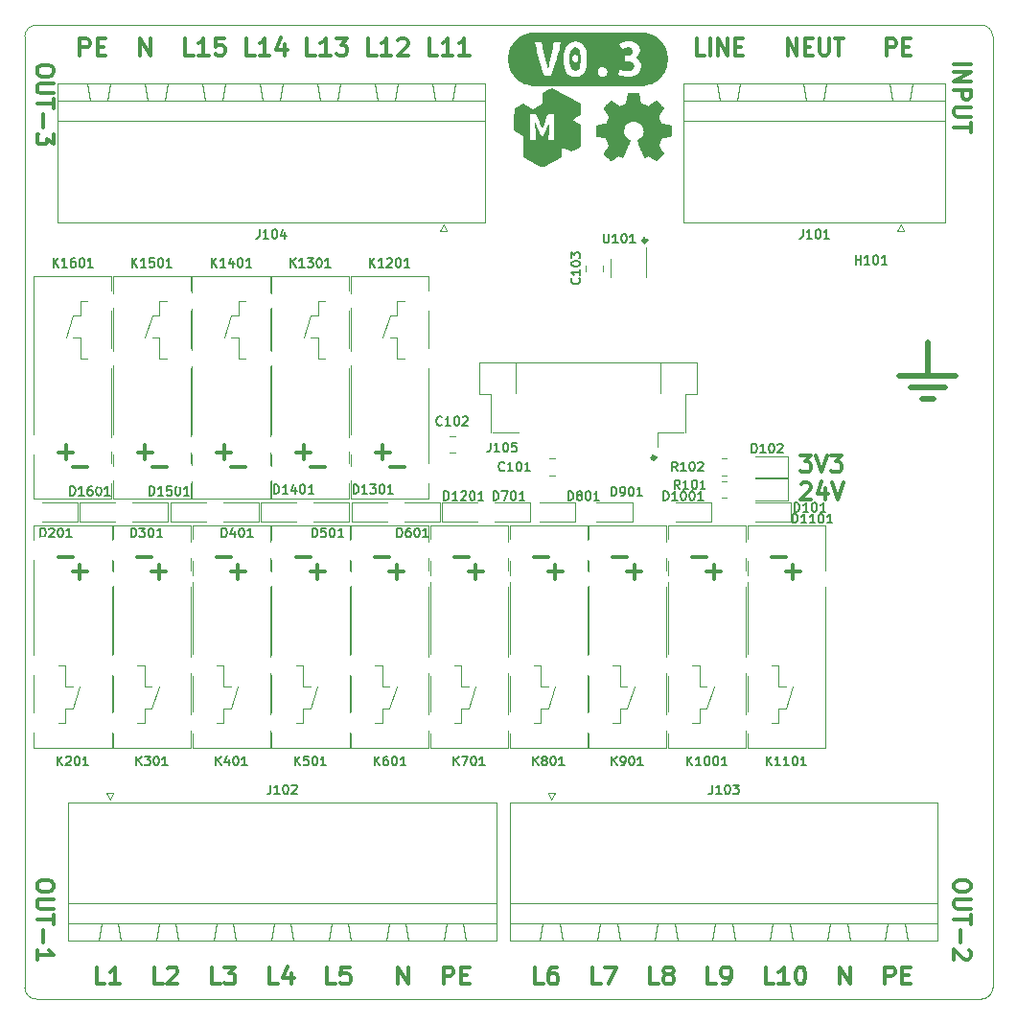
<source format=gto>
G04 #@! TF.GenerationSoftware,KiCad,Pcbnew,6.0.10+dfsg-1~bpo11+1*
G04 #@! TF.ProjectId,project,70726f6a-6563-4742-9e6b-696361645f70,rev?*
G04 #@! TF.SameCoordinates,Original*
G04 #@! TF.FileFunction,Legend,Top*
G04 #@! TF.FilePolarity,Positive*
%FSLAX46Y46*%
G04 Gerber Fmt 4.6, Leading zero omitted, Abs format (unit mm)*
%MOMM*%
%LPD*%
G01*
G04 APERTURE LIST*
%ADD10C,0.500000*%
%ADD11C,0.350000*%
G04 #@! TA.AperFunction,Profile*
%ADD12C,0.100000*%
G04 #@! TD*
%ADD13C,0.300000*%
%ADD14C,0.150000*%
%ADD15C,0.120000*%
%ADD16C,0.010000*%
%ADD17R,1.000000X1.000000*%
%ADD18C,2.400000*%
%ADD19O,2.080000X3.600000*%
%ADD20O,2.100000X3.600000*%
%ADD21C,1.552000*%
%ADD22R,0.300000X1.300000*%
%ADD23R,2.000000X3.000000*%
%ADD24C,7.000000*%
%ADD25C,5.000000*%
G04 APERTURE END LIST*
D10*
X205262500Y-76037500D02*
X205262500Y-79037500D01*
D11*
X181237500Y-86237500D02*
G75*
G03*
X181237500Y-86237500I-175000J0D01*
G01*
D10*
X202762500Y-79037500D02*
X207762500Y-79037500D01*
X203762500Y-80037500D02*
X206762500Y-80037500D01*
X204762500Y-81037500D02*
X205762500Y-81037500D01*
D11*
X180437500Y-67037500D02*
G75*
G03*
X180437500Y-67037500I-175000J0D01*
G01*
D12*
X125512500Y-133037500D02*
G75*
G03*
X126512500Y-134037500I1000000J0D01*
G01*
X211012500Y-49037500D02*
X211012500Y-133037500D01*
X210012500Y-134037500D02*
X126512500Y-134037500D01*
X126512500Y-48037500D02*
X210012500Y-48037500D01*
X210012500Y-134037500D02*
G75*
G03*
X211012500Y-133037500I0J1000000D01*
G01*
X211012500Y-49037500D02*
G75*
G03*
X210012500Y-48037500I-1000000J0D01*
G01*
X126512500Y-48037500D02*
G75*
G03*
X125512500Y-49037500I0J-1000000D01*
G01*
X125512500Y-133037500D02*
X125512500Y-49037500D01*
D13*
X130377023Y-50716071D02*
X130377023Y-49216071D01*
X130967499Y-49216071D01*
X131115119Y-49287500D01*
X131188928Y-49358928D01*
X131262738Y-49501785D01*
X131262738Y-49716071D01*
X131188928Y-49858928D01*
X131115119Y-49930357D01*
X130967499Y-50001785D01*
X130377023Y-50001785D01*
X131927023Y-49930357D02*
X132443690Y-49930357D01*
X132665119Y-50716071D02*
X131927023Y-50716071D01*
X131927023Y-49216071D01*
X132665119Y-49216071D01*
X135691309Y-50716071D02*
X135691309Y-49216071D01*
X136577023Y-50716071D01*
X136577023Y-49216071D01*
X140415119Y-50716071D02*
X139677023Y-50716071D01*
X139677023Y-49216071D01*
X141743690Y-50716071D02*
X140857976Y-50716071D01*
X141300833Y-50716071D02*
X141300833Y-49216071D01*
X141153214Y-49430357D01*
X141005595Y-49573214D01*
X140857976Y-49644642D01*
X143146071Y-49216071D02*
X142407976Y-49216071D01*
X142334166Y-49930357D01*
X142407976Y-49858928D01*
X142555595Y-49787500D01*
X142924642Y-49787500D01*
X143072261Y-49858928D01*
X143146071Y-49930357D01*
X143219880Y-50073214D01*
X143219880Y-50430357D01*
X143146071Y-50573214D01*
X143072261Y-50644642D01*
X142924642Y-50716071D01*
X142555595Y-50716071D01*
X142407976Y-50644642D01*
X142334166Y-50573214D01*
X145803214Y-50716071D02*
X145065119Y-50716071D01*
X145065119Y-49216071D01*
X147131785Y-50716071D02*
X146246071Y-50716071D01*
X146688928Y-50716071D02*
X146688928Y-49216071D01*
X146541309Y-49430357D01*
X146393690Y-49573214D01*
X146246071Y-49644642D01*
X148460357Y-49716071D02*
X148460357Y-50716071D01*
X148091309Y-49144642D02*
X147722261Y-50216071D01*
X148681785Y-50216071D01*
X151191309Y-50716071D02*
X150453214Y-50716071D01*
X150453214Y-49216071D01*
X152519880Y-50716071D02*
X151634166Y-50716071D01*
X152077023Y-50716071D02*
X152077023Y-49216071D01*
X151929404Y-49430357D01*
X151781785Y-49573214D01*
X151634166Y-49644642D01*
X153036547Y-49216071D02*
X153996071Y-49216071D01*
X153479404Y-49787500D01*
X153700833Y-49787500D01*
X153848452Y-49858928D01*
X153922261Y-49930357D01*
X153996071Y-50073214D01*
X153996071Y-50430357D01*
X153922261Y-50573214D01*
X153848452Y-50644642D01*
X153700833Y-50716071D01*
X153257976Y-50716071D01*
X153110357Y-50644642D01*
X153036547Y-50573214D01*
X156579404Y-50716071D02*
X155841309Y-50716071D01*
X155841309Y-49216071D01*
X157907976Y-50716071D02*
X157022261Y-50716071D01*
X157465119Y-50716071D02*
X157465119Y-49216071D01*
X157317500Y-49430357D01*
X157169880Y-49573214D01*
X157022261Y-49644642D01*
X158498452Y-49358928D02*
X158572261Y-49287500D01*
X158719880Y-49216071D01*
X159088928Y-49216071D01*
X159236547Y-49287500D01*
X159310357Y-49358928D01*
X159384166Y-49501785D01*
X159384166Y-49644642D01*
X159310357Y-49858928D01*
X158424642Y-50716071D01*
X159384166Y-50716071D01*
X161967500Y-50716071D02*
X161229404Y-50716071D01*
X161229404Y-49216071D01*
X163296071Y-50716071D02*
X162410357Y-50716071D01*
X162853214Y-50716071D02*
X162853214Y-49216071D01*
X162705595Y-49430357D01*
X162557976Y-49573214D01*
X162410357Y-49644642D01*
X164772261Y-50716071D02*
X163886547Y-50716071D01*
X164329404Y-50716071D02*
X164329404Y-49216071D01*
X164181785Y-49430357D01*
X164034166Y-49573214D01*
X163886547Y-49644642D01*
X128083928Y-123913928D02*
X128083928Y-124199642D01*
X128012500Y-124342500D01*
X127869642Y-124485357D01*
X127583928Y-124556785D01*
X127083928Y-124556785D01*
X126798214Y-124485357D01*
X126655357Y-124342500D01*
X126583928Y-124199642D01*
X126583928Y-123913928D01*
X126655357Y-123771071D01*
X126798214Y-123628214D01*
X127083928Y-123556785D01*
X127583928Y-123556785D01*
X127869642Y-123628214D01*
X128012500Y-123771071D01*
X128083928Y-123913928D01*
X128083928Y-125199642D02*
X126869642Y-125199642D01*
X126726785Y-125271071D01*
X126655357Y-125342500D01*
X126583928Y-125485357D01*
X126583928Y-125771071D01*
X126655357Y-125913928D01*
X126726785Y-125985357D01*
X126869642Y-126056785D01*
X128083928Y-126056785D01*
X128083928Y-126556785D02*
X128083928Y-127413928D01*
X126583928Y-126985357D02*
X128083928Y-126985357D01*
X127155357Y-127913928D02*
X127155357Y-129056785D01*
X126583928Y-130556785D02*
X126583928Y-129699642D01*
X126583928Y-130128214D02*
X128083928Y-130128214D01*
X127869642Y-129985357D01*
X127726785Y-129842500D01*
X127655357Y-129699642D01*
X207583928Y-51477142D02*
X209083928Y-51477142D01*
X207583928Y-52191428D02*
X209083928Y-52191428D01*
X207583928Y-53048571D01*
X209083928Y-53048571D01*
X207583928Y-53762857D02*
X209083928Y-53762857D01*
X209083928Y-54334285D01*
X209012500Y-54477142D01*
X208941071Y-54548571D01*
X208798214Y-54620000D01*
X208583928Y-54620000D01*
X208441071Y-54548571D01*
X208369642Y-54477142D01*
X208298214Y-54334285D01*
X208298214Y-53762857D01*
X209083928Y-55262857D02*
X207869642Y-55262857D01*
X207726785Y-55334285D01*
X207655357Y-55405714D01*
X207583928Y-55548571D01*
X207583928Y-55834285D01*
X207655357Y-55977142D01*
X207726785Y-56048571D01*
X207869642Y-56120000D01*
X209083928Y-56120000D01*
X209083928Y-56620000D02*
X209083928Y-57477142D01*
X207583928Y-57048571D02*
X209083928Y-57048571D01*
X128083928Y-51913928D02*
X128083928Y-52199642D01*
X128012500Y-52342500D01*
X127869642Y-52485357D01*
X127583928Y-52556785D01*
X127083928Y-52556785D01*
X126798214Y-52485357D01*
X126655357Y-52342500D01*
X126583928Y-52199642D01*
X126583928Y-51913928D01*
X126655357Y-51771071D01*
X126798214Y-51628214D01*
X127083928Y-51556785D01*
X127583928Y-51556785D01*
X127869642Y-51628214D01*
X128012500Y-51771071D01*
X128083928Y-51913928D01*
X128083928Y-53199642D02*
X126869642Y-53199642D01*
X126726785Y-53271071D01*
X126655357Y-53342500D01*
X126583928Y-53485357D01*
X126583928Y-53771071D01*
X126655357Y-53913928D01*
X126726785Y-53985357D01*
X126869642Y-54056785D01*
X128083928Y-54056785D01*
X128083928Y-54556785D02*
X128083928Y-55413928D01*
X126583928Y-54985357D02*
X128083928Y-54985357D01*
X127155357Y-55913928D02*
X127155357Y-57056785D01*
X128083928Y-57628214D02*
X128083928Y-58556785D01*
X127512500Y-58056785D01*
X127512500Y-58271071D01*
X127441071Y-58413928D01*
X127369642Y-58485357D01*
X127226785Y-58556785D01*
X126869642Y-58556785D01*
X126726785Y-58485357D01*
X126655357Y-58413928D01*
X126583928Y-58271071D01*
X126583928Y-57842500D01*
X126655357Y-57699642D01*
X126726785Y-57628214D01*
X171296071Y-132716071D02*
X170557976Y-132716071D01*
X170557976Y-131216071D01*
X172477023Y-131216071D02*
X172181785Y-131216071D01*
X172034166Y-131287500D01*
X171960357Y-131358928D01*
X171812738Y-131573214D01*
X171738928Y-131858928D01*
X171738928Y-132430357D01*
X171812738Y-132573214D01*
X171886547Y-132644642D01*
X172034166Y-132716071D01*
X172329404Y-132716071D01*
X172477023Y-132644642D01*
X172550833Y-132573214D01*
X172624642Y-132430357D01*
X172624642Y-132073214D01*
X172550833Y-131930357D01*
X172477023Y-131858928D01*
X172329404Y-131787500D01*
X172034166Y-131787500D01*
X171886547Y-131858928D01*
X171812738Y-131930357D01*
X171738928Y-132073214D01*
X176388928Y-132716071D02*
X175650833Y-132716071D01*
X175650833Y-131216071D01*
X176757976Y-131216071D02*
X177791309Y-131216071D01*
X177127023Y-132716071D01*
X181481785Y-132716071D02*
X180743690Y-132716071D01*
X180743690Y-131216071D01*
X182219880Y-131858928D02*
X182072261Y-131787500D01*
X181998452Y-131716071D01*
X181924642Y-131573214D01*
X181924642Y-131501785D01*
X181998452Y-131358928D01*
X182072261Y-131287500D01*
X182219880Y-131216071D01*
X182515119Y-131216071D01*
X182662738Y-131287500D01*
X182736547Y-131358928D01*
X182810357Y-131501785D01*
X182810357Y-131573214D01*
X182736547Y-131716071D01*
X182662738Y-131787500D01*
X182515119Y-131858928D01*
X182219880Y-131858928D01*
X182072261Y-131930357D01*
X181998452Y-132001785D01*
X181924642Y-132144642D01*
X181924642Y-132430357D01*
X181998452Y-132573214D01*
X182072261Y-132644642D01*
X182219880Y-132716071D01*
X182515119Y-132716071D01*
X182662738Y-132644642D01*
X182736547Y-132573214D01*
X182810357Y-132430357D01*
X182810357Y-132144642D01*
X182736547Y-132001785D01*
X182662738Y-131930357D01*
X182515119Y-131858928D01*
X186574642Y-132716071D02*
X185836547Y-132716071D01*
X185836547Y-131216071D01*
X187165119Y-132716071D02*
X187460357Y-132716071D01*
X187607976Y-132644642D01*
X187681785Y-132573214D01*
X187829404Y-132358928D01*
X187903214Y-132073214D01*
X187903214Y-131501785D01*
X187829404Y-131358928D01*
X187755595Y-131287500D01*
X187607976Y-131216071D01*
X187312738Y-131216071D01*
X187165119Y-131287500D01*
X187091309Y-131358928D01*
X187017500Y-131501785D01*
X187017500Y-131858928D01*
X187091309Y-132001785D01*
X187165119Y-132073214D01*
X187312738Y-132144642D01*
X187607976Y-132144642D01*
X187755595Y-132073214D01*
X187829404Y-132001785D01*
X187903214Y-131858928D01*
X191667500Y-132716071D02*
X190929404Y-132716071D01*
X190929404Y-131216071D01*
X192996071Y-132716071D02*
X192110357Y-132716071D01*
X192553214Y-132716071D02*
X192553214Y-131216071D01*
X192405595Y-131430357D01*
X192257976Y-131573214D01*
X192110357Y-131644642D01*
X193955595Y-131216071D02*
X194103214Y-131216071D01*
X194250833Y-131287500D01*
X194324642Y-131358928D01*
X194398452Y-131501785D01*
X194472261Y-131787500D01*
X194472261Y-132144642D01*
X194398452Y-132430357D01*
X194324642Y-132573214D01*
X194250833Y-132644642D01*
X194103214Y-132716071D01*
X193955595Y-132716071D01*
X193807976Y-132644642D01*
X193734166Y-132573214D01*
X193660357Y-132430357D01*
X193586547Y-132144642D01*
X193586547Y-131787500D01*
X193660357Y-131501785D01*
X193734166Y-131358928D01*
X193807976Y-131287500D01*
X193955595Y-131216071D01*
X197498452Y-132716071D02*
X197498452Y-131216071D01*
X198384166Y-132716071D01*
X198384166Y-131216071D01*
X201484166Y-132716071D02*
X201484166Y-131216071D01*
X202074642Y-131216071D01*
X202222261Y-131287500D01*
X202296071Y-131358928D01*
X202369880Y-131501785D01*
X202369880Y-131716071D01*
X202296071Y-131858928D01*
X202222261Y-131930357D01*
X202074642Y-132001785D01*
X201484166Y-132001785D01*
X203034166Y-131930357D02*
X203550833Y-131930357D01*
X203772261Y-132716071D02*
X203034166Y-132716071D01*
X203034166Y-131216071D01*
X203772261Y-131216071D01*
X194005357Y-86008571D02*
X194933928Y-86008571D01*
X194433928Y-86580000D01*
X194648214Y-86580000D01*
X194791071Y-86651428D01*
X194862500Y-86722857D01*
X194933928Y-86865714D01*
X194933928Y-87222857D01*
X194862500Y-87365714D01*
X194791071Y-87437142D01*
X194648214Y-87508571D01*
X194219642Y-87508571D01*
X194076785Y-87437142D01*
X194005357Y-87365714D01*
X195362500Y-86008571D02*
X195862500Y-87508571D01*
X196362500Y-86008571D01*
X196719642Y-86008571D02*
X197648214Y-86008571D01*
X197148214Y-86580000D01*
X197362500Y-86580000D01*
X197505357Y-86651428D01*
X197576785Y-86722857D01*
X197648214Y-86865714D01*
X197648214Y-87222857D01*
X197576785Y-87365714D01*
X197505357Y-87437142D01*
X197362500Y-87508571D01*
X196933928Y-87508571D01*
X196791071Y-87437142D01*
X196719642Y-87365714D01*
X194076785Y-88566428D02*
X194148214Y-88495000D01*
X194291071Y-88423571D01*
X194648214Y-88423571D01*
X194791071Y-88495000D01*
X194862500Y-88566428D01*
X194933928Y-88709285D01*
X194933928Y-88852142D01*
X194862500Y-89066428D01*
X194005357Y-89923571D01*
X194933928Y-89923571D01*
X196219642Y-88923571D02*
X196219642Y-89923571D01*
X195862500Y-88352142D02*
X195505357Y-89423571D01*
X196433928Y-89423571D01*
X196791071Y-88423571D02*
X197291071Y-89923571D01*
X197791071Y-88423571D01*
X185562738Y-50716071D02*
X184872261Y-50716071D01*
X184872261Y-49216071D01*
X186046071Y-50716071D02*
X186046071Y-49216071D01*
X186736547Y-50716071D02*
X186736547Y-49216071D01*
X187565119Y-50716071D01*
X187565119Y-49216071D01*
X188255595Y-49930357D02*
X188738928Y-49930357D01*
X188946071Y-50716071D02*
X188255595Y-50716071D01*
X188255595Y-49216071D01*
X188946071Y-49216071D01*
X192881785Y-50716071D02*
X192881785Y-49216071D01*
X193710357Y-50716071D01*
X193710357Y-49216071D01*
X194400833Y-49930357D02*
X194884166Y-49930357D01*
X195091309Y-50716071D02*
X194400833Y-50716071D01*
X194400833Y-49216071D01*
X195091309Y-49216071D01*
X195712738Y-49216071D02*
X195712738Y-50430357D01*
X195781785Y-50573214D01*
X195850833Y-50644642D01*
X195988928Y-50716071D01*
X196265119Y-50716071D01*
X196403214Y-50644642D01*
X196472261Y-50573214D01*
X196541309Y-50430357D01*
X196541309Y-49216071D01*
X197024642Y-49216071D02*
X197853214Y-49216071D01*
X197438928Y-50716071D02*
X197438928Y-49216071D01*
X201650833Y-50716071D02*
X201650833Y-49216071D01*
X202203214Y-49216071D01*
X202341309Y-49287500D01*
X202410357Y-49358928D01*
X202479404Y-49501785D01*
X202479404Y-49716071D01*
X202410357Y-49858928D01*
X202341309Y-49930357D01*
X202203214Y-50001785D01*
X201650833Y-50001785D01*
X203100833Y-49930357D02*
X203584166Y-49930357D01*
X203791309Y-50716071D02*
X203100833Y-50716071D01*
X203100833Y-49216071D01*
X203791309Y-49216071D01*
X209083928Y-123913928D02*
X209083928Y-124199642D01*
X209012500Y-124342500D01*
X208869642Y-124485357D01*
X208583928Y-124556785D01*
X208083928Y-124556785D01*
X207798214Y-124485357D01*
X207655357Y-124342500D01*
X207583928Y-124199642D01*
X207583928Y-123913928D01*
X207655357Y-123771071D01*
X207798214Y-123628214D01*
X208083928Y-123556785D01*
X208583928Y-123556785D01*
X208869642Y-123628214D01*
X209012500Y-123771071D01*
X209083928Y-123913928D01*
X209083928Y-125199642D02*
X207869642Y-125199642D01*
X207726785Y-125271071D01*
X207655357Y-125342500D01*
X207583928Y-125485357D01*
X207583928Y-125771071D01*
X207655357Y-125913928D01*
X207726785Y-125985357D01*
X207869642Y-126056785D01*
X209083928Y-126056785D01*
X209083928Y-126556785D02*
X209083928Y-127413928D01*
X207583928Y-126985357D02*
X209083928Y-126985357D01*
X208155357Y-127913928D02*
X208155357Y-129056785D01*
X208941071Y-129699642D02*
X209012500Y-129771071D01*
X209083928Y-129913928D01*
X209083928Y-130271071D01*
X209012500Y-130413928D01*
X208941071Y-130485357D01*
X208798214Y-130556785D01*
X208655357Y-130556785D01*
X208441071Y-130485357D01*
X207583928Y-129628214D01*
X207583928Y-130556785D01*
X132591309Y-132716071D02*
X131853214Y-132716071D01*
X131853214Y-131216071D01*
X133919880Y-132716071D02*
X133034166Y-132716071D01*
X133477023Y-132716071D02*
X133477023Y-131216071D01*
X133329404Y-131430357D01*
X133181785Y-131573214D01*
X133034166Y-131644642D01*
X137684166Y-132716071D02*
X136946071Y-132716071D01*
X136946071Y-131216071D01*
X138127023Y-131358928D02*
X138200833Y-131287500D01*
X138348452Y-131216071D01*
X138717500Y-131216071D01*
X138865119Y-131287500D01*
X138938928Y-131358928D01*
X139012738Y-131501785D01*
X139012738Y-131644642D01*
X138938928Y-131858928D01*
X138053214Y-132716071D01*
X139012738Y-132716071D01*
X142777023Y-132716071D02*
X142038928Y-132716071D01*
X142038928Y-131216071D01*
X143146071Y-131216071D02*
X144105595Y-131216071D01*
X143588928Y-131787500D01*
X143810357Y-131787500D01*
X143957976Y-131858928D01*
X144031785Y-131930357D01*
X144105595Y-132073214D01*
X144105595Y-132430357D01*
X144031785Y-132573214D01*
X143957976Y-132644642D01*
X143810357Y-132716071D01*
X143367500Y-132716071D01*
X143219880Y-132644642D01*
X143146071Y-132573214D01*
X147869880Y-132716071D02*
X147131785Y-132716071D01*
X147131785Y-131216071D01*
X149050833Y-131716071D02*
X149050833Y-132716071D01*
X148681785Y-131144642D02*
X148312738Y-132216071D01*
X149272261Y-132216071D01*
X152962738Y-132716071D02*
X152224642Y-132716071D01*
X152224642Y-131216071D01*
X154217500Y-131216071D02*
X153479404Y-131216071D01*
X153405595Y-131930357D01*
X153479404Y-131858928D01*
X153627023Y-131787500D01*
X153996071Y-131787500D01*
X154143690Y-131858928D01*
X154217500Y-131930357D01*
X154291309Y-132073214D01*
X154291309Y-132430357D01*
X154217500Y-132573214D01*
X154143690Y-132644642D01*
X153996071Y-132716071D01*
X153627023Y-132716071D01*
X153479404Y-132644642D01*
X153405595Y-132573214D01*
X158498452Y-132716071D02*
X158498452Y-131216071D01*
X159384166Y-132716071D01*
X159384166Y-131216071D01*
X162484166Y-132716071D02*
X162484166Y-131216071D01*
X163074642Y-131216071D01*
X163222261Y-131287500D01*
X163296071Y-131358928D01*
X163369880Y-131501785D01*
X163369880Y-131716071D01*
X163296071Y-131858928D01*
X163222261Y-131930357D01*
X163074642Y-132001785D01*
X162484166Y-132001785D01*
X164034166Y-131930357D02*
X164550833Y-131930357D01*
X164772261Y-132716071D02*
X164034166Y-132716071D01*
X164034166Y-131216071D01*
X164772261Y-131216071D01*
D14*
X136529166Y-89549404D02*
X136529166Y-88749404D01*
X136719642Y-88749404D01*
X136833928Y-88787500D01*
X136910119Y-88863690D01*
X136948214Y-88939880D01*
X136986309Y-89092261D01*
X136986309Y-89206547D01*
X136948214Y-89358928D01*
X136910119Y-89435119D01*
X136833928Y-89511309D01*
X136719642Y-89549404D01*
X136529166Y-89549404D01*
X137748214Y-89549404D02*
X137291071Y-89549404D01*
X137519642Y-89549404D02*
X137519642Y-88749404D01*
X137443452Y-88863690D01*
X137367261Y-88939880D01*
X137291071Y-88977976D01*
X138472023Y-88749404D02*
X138091071Y-88749404D01*
X138052976Y-89130357D01*
X138091071Y-89092261D01*
X138167261Y-89054166D01*
X138357738Y-89054166D01*
X138433928Y-89092261D01*
X138472023Y-89130357D01*
X138510119Y-89206547D01*
X138510119Y-89397023D01*
X138472023Y-89473214D01*
X138433928Y-89511309D01*
X138357738Y-89549404D01*
X138167261Y-89549404D01*
X138091071Y-89511309D01*
X138052976Y-89473214D01*
X139005357Y-88749404D02*
X139081547Y-88749404D01*
X139157738Y-88787500D01*
X139195833Y-88825595D01*
X139233928Y-88901785D01*
X139272023Y-89054166D01*
X139272023Y-89244642D01*
X139233928Y-89397023D01*
X139195833Y-89473214D01*
X139157738Y-89511309D01*
X139081547Y-89549404D01*
X139005357Y-89549404D01*
X138929166Y-89511309D01*
X138891071Y-89473214D01*
X138852976Y-89397023D01*
X138814880Y-89244642D01*
X138814880Y-89054166D01*
X138852976Y-88901785D01*
X138891071Y-88825595D01*
X138929166Y-88787500D01*
X139005357Y-88749404D01*
X140033928Y-89549404D02*
X139576785Y-89549404D01*
X139805357Y-89549404D02*
X139805357Y-88749404D01*
X139729166Y-88863690D01*
X139652976Y-88939880D01*
X139576785Y-88977976D01*
X128029166Y-69399404D02*
X128029166Y-68599404D01*
X128486309Y-69399404D02*
X128143452Y-68942261D01*
X128486309Y-68599404D02*
X128029166Y-69056547D01*
X129248214Y-69399404D02*
X128791071Y-69399404D01*
X129019642Y-69399404D02*
X129019642Y-68599404D01*
X128943452Y-68713690D01*
X128867261Y-68789880D01*
X128791071Y-68827976D01*
X129933928Y-68599404D02*
X129781547Y-68599404D01*
X129705357Y-68637500D01*
X129667261Y-68675595D01*
X129591071Y-68789880D01*
X129552976Y-68942261D01*
X129552976Y-69247023D01*
X129591071Y-69323214D01*
X129629166Y-69361309D01*
X129705357Y-69399404D01*
X129857738Y-69399404D01*
X129933928Y-69361309D01*
X129972023Y-69323214D01*
X130010119Y-69247023D01*
X130010119Y-69056547D01*
X129972023Y-68980357D01*
X129933928Y-68942261D01*
X129857738Y-68904166D01*
X129705357Y-68904166D01*
X129629166Y-68942261D01*
X129591071Y-68980357D01*
X129552976Y-69056547D01*
X130505357Y-68599404D02*
X130581547Y-68599404D01*
X130657738Y-68637500D01*
X130695833Y-68675595D01*
X130733928Y-68751785D01*
X130772023Y-68904166D01*
X130772023Y-69094642D01*
X130733928Y-69247023D01*
X130695833Y-69323214D01*
X130657738Y-69361309D01*
X130581547Y-69399404D01*
X130505357Y-69399404D01*
X130429166Y-69361309D01*
X130391071Y-69323214D01*
X130352976Y-69247023D01*
X130314880Y-69094642D01*
X130314880Y-68904166D01*
X130352976Y-68751785D01*
X130391071Y-68675595D01*
X130429166Y-68637500D01*
X130505357Y-68599404D01*
X131533928Y-69399404D02*
X131076785Y-69399404D01*
X131305357Y-69399404D02*
X131305357Y-68599404D01*
X131229166Y-68713690D01*
X131152976Y-68789880D01*
X131076785Y-68827976D01*
X149370119Y-113404404D02*
X149370119Y-112604404D01*
X149827261Y-113404404D02*
X149484404Y-112947261D01*
X149827261Y-112604404D02*
X149370119Y-113061547D01*
X150551071Y-112604404D02*
X150170119Y-112604404D01*
X150132023Y-112985357D01*
X150170119Y-112947261D01*
X150246309Y-112909166D01*
X150436785Y-112909166D01*
X150512976Y-112947261D01*
X150551071Y-112985357D01*
X150589166Y-113061547D01*
X150589166Y-113252023D01*
X150551071Y-113328214D01*
X150512976Y-113366309D01*
X150436785Y-113404404D01*
X150246309Y-113404404D01*
X150170119Y-113366309D01*
X150132023Y-113328214D01*
X151084404Y-112604404D02*
X151160595Y-112604404D01*
X151236785Y-112642500D01*
X151274880Y-112680595D01*
X151312976Y-112756785D01*
X151351071Y-112909166D01*
X151351071Y-113099642D01*
X151312976Y-113252023D01*
X151274880Y-113328214D01*
X151236785Y-113366309D01*
X151160595Y-113404404D01*
X151084404Y-113404404D01*
X151008214Y-113366309D01*
X150970119Y-113328214D01*
X150932023Y-113252023D01*
X150893928Y-113099642D01*
X150893928Y-112909166D01*
X150932023Y-112756785D01*
X150970119Y-112680595D01*
X151008214Y-112642500D01*
X151084404Y-112604404D01*
X152112976Y-113404404D02*
X151655833Y-113404404D01*
X151884404Y-113404404D02*
X151884404Y-112604404D01*
X151808214Y-112718690D01*
X151732023Y-112794880D01*
X151655833Y-112832976D01*
X147529166Y-89399404D02*
X147529166Y-88599404D01*
X147719642Y-88599404D01*
X147833928Y-88637500D01*
X147910119Y-88713690D01*
X147948214Y-88789880D01*
X147986309Y-88942261D01*
X147986309Y-89056547D01*
X147948214Y-89208928D01*
X147910119Y-89285119D01*
X147833928Y-89361309D01*
X147719642Y-89399404D01*
X147529166Y-89399404D01*
X148748214Y-89399404D02*
X148291071Y-89399404D01*
X148519642Y-89399404D02*
X148519642Y-88599404D01*
X148443452Y-88713690D01*
X148367261Y-88789880D01*
X148291071Y-88827976D01*
X149433928Y-88866071D02*
X149433928Y-89399404D01*
X149243452Y-88561309D02*
X149052976Y-89132738D01*
X149548214Y-89132738D01*
X150005357Y-88599404D02*
X150081547Y-88599404D01*
X150157738Y-88637500D01*
X150195833Y-88675595D01*
X150233928Y-88751785D01*
X150272023Y-88904166D01*
X150272023Y-89094642D01*
X150233928Y-89247023D01*
X150195833Y-89323214D01*
X150157738Y-89361309D01*
X150081547Y-89399404D01*
X150005357Y-89399404D01*
X149929166Y-89361309D01*
X149891071Y-89323214D01*
X149852976Y-89247023D01*
X149814880Y-89094642D01*
X149814880Y-88904166D01*
X149852976Y-88751785D01*
X149891071Y-88675595D01*
X149929166Y-88637500D01*
X150005357Y-88599404D01*
X151033928Y-89399404D02*
X150576785Y-89399404D01*
X150805357Y-89399404D02*
X150805357Y-88599404D01*
X150729166Y-88713690D01*
X150652976Y-88789880D01*
X150576785Y-88827976D01*
X150910119Y-93249404D02*
X150910119Y-92449404D01*
X151100595Y-92449404D01*
X151214880Y-92487500D01*
X151291071Y-92563690D01*
X151329166Y-92639880D01*
X151367261Y-92792261D01*
X151367261Y-92906547D01*
X151329166Y-93058928D01*
X151291071Y-93135119D01*
X151214880Y-93211309D01*
X151100595Y-93249404D01*
X150910119Y-93249404D01*
X152091071Y-92449404D02*
X151710119Y-92449404D01*
X151672023Y-92830357D01*
X151710119Y-92792261D01*
X151786309Y-92754166D01*
X151976785Y-92754166D01*
X152052976Y-92792261D01*
X152091071Y-92830357D01*
X152129166Y-92906547D01*
X152129166Y-93097023D01*
X152091071Y-93173214D01*
X152052976Y-93211309D01*
X151976785Y-93249404D01*
X151786309Y-93249404D01*
X151710119Y-93211309D01*
X151672023Y-93173214D01*
X152624404Y-92449404D02*
X152700595Y-92449404D01*
X152776785Y-92487500D01*
X152814880Y-92525595D01*
X152852976Y-92601785D01*
X152891071Y-92754166D01*
X152891071Y-92944642D01*
X152852976Y-93097023D01*
X152814880Y-93173214D01*
X152776785Y-93211309D01*
X152700595Y-93249404D01*
X152624404Y-93249404D01*
X152548214Y-93211309D01*
X152510119Y-93173214D01*
X152472023Y-93097023D01*
X152433928Y-92944642D01*
X152433928Y-92754166D01*
X152472023Y-92601785D01*
X152510119Y-92525595D01*
X152548214Y-92487500D01*
X152624404Y-92449404D01*
X153652976Y-93249404D02*
X153195833Y-93249404D01*
X153424404Y-93249404D02*
X153424404Y-92449404D01*
X153348214Y-92563690D01*
X153272023Y-92639880D01*
X153195833Y-92677976D01*
X193510119Y-90999404D02*
X193510119Y-90199404D01*
X193700595Y-90199404D01*
X193814880Y-90237500D01*
X193891071Y-90313690D01*
X193929166Y-90389880D01*
X193967261Y-90542261D01*
X193967261Y-90656547D01*
X193929166Y-90808928D01*
X193891071Y-90885119D01*
X193814880Y-90961309D01*
X193700595Y-90999404D01*
X193510119Y-90999404D01*
X194729166Y-90999404D02*
X194272023Y-90999404D01*
X194500595Y-90999404D02*
X194500595Y-90199404D01*
X194424404Y-90313690D01*
X194348214Y-90389880D01*
X194272023Y-90427976D01*
X195224404Y-90199404D02*
X195300595Y-90199404D01*
X195376785Y-90237500D01*
X195414880Y-90275595D01*
X195452976Y-90351785D01*
X195491071Y-90504166D01*
X195491071Y-90694642D01*
X195452976Y-90847023D01*
X195414880Y-90923214D01*
X195376785Y-90961309D01*
X195300595Y-90999404D01*
X195224404Y-90999404D01*
X195148214Y-90961309D01*
X195110119Y-90923214D01*
X195072023Y-90847023D01*
X195033928Y-90694642D01*
X195033928Y-90504166D01*
X195072023Y-90351785D01*
X195110119Y-90275595D01*
X195148214Y-90237500D01*
X195224404Y-90199404D01*
X196252976Y-90999404D02*
X195795833Y-90999404D01*
X196024404Y-90999404D02*
X196024404Y-90199404D01*
X195948214Y-90313690D01*
X195872023Y-90389880D01*
X195795833Y-90427976D01*
X158410119Y-93249404D02*
X158410119Y-92449404D01*
X158600595Y-92449404D01*
X158714880Y-92487500D01*
X158791071Y-92563690D01*
X158829166Y-92639880D01*
X158867261Y-92792261D01*
X158867261Y-92906547D01*
X158829166Y-93058928D01*
X158791071Y-93135119D01*
X158714880Y-93211309D01*
X158600595Y-93249404D01*
X158410119Y-93249404D01*
X159552976Y-92449404D02*
X159400595Y-92449404D01*
X159324404Y-92487500D01*
X159286309Y-92525595D01*
X159210119Y-92639880D01*
X159172023Y-92792261D01*
X159172023Y-93097023D01*
X159210119Y-93173214D01*
X159248214Y-93211309D01*
X159324404Y-93249404D01*
X159476785Y-93249404D01*
X159552976Y-93211309D01*
X159591071Y-93173214D01*
X159629166Y-93097023D01*
X159629166Y-92906547D01*
X159591071Y-92830357D01*
X159552976Y-92792261D01*
X159476785Y-92754166D01*
X159324404Y-92754166D01*
X159248214Y-92792261D01*
X159210119Y-92830357D01*
X159172023Y-92906547D01*
X160124404Y-92449404D02*
X160200595Y-92449404D01*
X160276785Y-92487500D01*
X160314880Y-92525595D01*
X160352976Y-92601785D01*
X160391071Y-92754166D01*
X160391071Y-92944642D01*
X160352976Y-93097023D01*
X160314880Y-93173214D01*
X160276785Y-93211309D01*
X160200595Y-93249404D01*
X160124404Y-93249404D01*
X160048214Y-93211309D01*
X160010119Y-93173214D01*
X159972023Y-93097023D01*
X159933928Y-92944642D01*
X159933928Y-92754166D01*
X159972023Y-92601785D01*
X160010119Y-92525595D01*
X160048214Y-92487500D01*
X160124404Y-92449404D01*
X161152976Y-93249404D02*
X160695833Y-93249404D01*
X160924404Y-93249404D02*
X160924404Y-92449404D01*
X160848214Y-92563690D01*
X160772023Y-92639880D01*
X160695833Y-92677976D01*
X147233928Y-115121904D02*
X147233928Y-115693333D01*
X147195833Y-115807619D01*
X147119642Y-115883809D01*
X147005357Y-115921904D01*
X146929166Y-115921904D01*
X148033928Y-115921904D02*
X147576785Y-115921904D01*
X147805357Y-115921904D02*
X147805357Y-115121904D01*
X147729166Y-115236190D01*
X147652976Y-115312380D01*
X147576785Y-115350476D01*
X148529166Y-115121904D02*
X148605357Y-115121904D01*
X148681547Y-115160000D01*
X148719642Y-115198095D01*
X148757738Y-115274285D01*
X148795833Y-115426666D01*
X148795833Y-115617142D01*
X148757738Y-115769523D01*
X148719642Y-115845714D01*
X148681547Y-115883809D01*
X148605357Y-115921904D01*
X148529166Y-115921904D01*
X148452976Y-115883809D01*
X148414880Y-115845714D01*
X148376785Y-115769523D01*
X148338690Y-115617142D01*
X148338690Y-115426666D01*
X148376785Y-115274285D01*
X148414880Y-115198095D01*
X148452976Y-115160000D01*
X148529166Y-115121904D01*
X149100595Y-115198095D02*
X149138690Y-115160000D01*
X149214880Y-115121904D01*
X149405357Y-115121904D01*
X149481547Y-115160000D01*
X149519642Y-115198095D01*
X149557738Y-115274285D01*
X149557738Y-115350476D01*
X149519642Y-115464761D01*
X149062500Y-115921904D01*
X149557738Y-115921904D01*
X176641071Y-66461904D02*
X176641071Y-67109523D01*
X176679166Y-67185714D01*
X176717261Y-67223809D01*
X176793452Y-67261904D01*
X176945833Y-67261904D01*
X177022023Y-67223809D01*
X177060119Y-67185714D01*
X177098214Y-67109523D01*
X177098214Y-66461904D01*
X177898214Y-67261904D02*
X177441071Y-67261904D01*
X177669642Y-67261904D02*
X177669642Y-66461904D01*
X177593452Y-66576190D01*
X177517261Y-66652380D01*
X177441071Y-66690476D01*
X178393452Y-66461904D02*
X178469642Y-66461904D01*
X178545833Y-66500000D01*
X178583928Y-66538095D01*
X178622023Y-66614285D01*
X178660119Y-66766666D01*
X178660119Y-66957142D01*
X178622023Y-67109523D01*
X178583928Y-67185714D01*
X178545833Y-67223809D01*
X178469642Y-67261904D01*
X178393452Y-67261904D01*
X178317261Y-67223809D01*
X178279166Y-67185714D01*
X178241071Y-67109523D01*
X178202976Y-66957142D01*
X178202976Y-66766666D01*
X178241071Y-66614285D01*
X178279166Y-66538095D01*
X178317261Y-66500000D01*
X178393452Y-66461904D01*
X179422023Y-67261904D02*
X178964880Y-67261904D01*
X179193452Y-67261904D02*
X179193452Y-66461904D01*
X179117261Y-66576190D01*
X179041071Y-66652380D01*
X178964880Y-66690476D01*
X194233928Y-66076904D02*
X194233928Y-66648333D01*
X194195833Y-66762619D01*
X194119642Y-66838809D01*
X194005357Y-66876904D01*
X193929166Y-66876904D01*
X195033928Y-66876904D02*
X194576785Y-66876904D01*
X194805357Y-66876904D02*
X194805357Y-66076904D01*
X194729166Y-66191190D01*
X194652976Y-66267380D01*
X194576785Y-66305476D01*
X195529166Y-66076904D02*
X195605357Y-66076904D01*
X195681547Y-66115000D01*
X195719642Y-66153095D01*
X195757738Y-66229285D01*
X195795833Y-66381666D01*
X195795833Y-66572142D01*
X195757738Y-66724523D01*
X195719642Y-66800714D01*
X195681547Y-66838809D01*
X195605357Y-66876904D01*
X195529166Y-66876904D01*
X195452976Y-66838809D01*
X195414880Y-66800714D01*
X195376785Y-66724523D01*
X195338690Y-66572142D01*
X195338690Y-66381666D01*
X195376785Y-66229285D01*
X195414880Y-66153095D01*
X195452976Y-66115000D01*
X195529166Y-66076904D01*
X196557738Y-66876904D02*
X196100595Y-66876904D01*
X196329166Y-66876904D02*
X196329166Y-66076904D01*
X196252976Y-66191190D01*
X196176785Y-66267380D01*
X196100595Y-66305476D01*
X142410119Y-113404404D02*
X142410119Y-112604404D01*
X142867261Y-113404404D02*
X142524404Y-112947261D01*
X142867261Y-112604404D02*
X142410119Y-113061547D01*
X143552976Y-112871071D02*
X143552976Y-113404404D01*
X143362500Y-112566309D02*
X143172023Y-113137738D01*
X143667261Y-113137738D01*
X144124404Y-112604404D02*
X144200595Y-112604404D01*
X144276785Y-112642500D01*
X144314880Y-112680595D01*
X144352976Y-112756785D01*
X144391071Y-112909166D01*
X144391071Y-113099642D01*
X144352976Y-113252023D01*
X144314880Y-113328214D01*
X144276785Y-113366309D01*
X144200595Y-113404404D01*
X144124404Y-113404404D01*
X144048214Y-113366309D01*
X144010119Y-113328214D01*
X143972023Y-113252023D01*
X143933928Y-113099642D01*
X143933928Y-112909166D01*
X143972023Y-112756785D01*
X144010119Y-112680595D01*
X144048214Y-112642500D01*
X144124404Y-112604404D01*
X145152976Y-113404404D02*
X144695833Y-113404404D01*
X144924404Y-113404404D02*
X144924404Y-112604404D01*
X144848214Y-112718690D01*
X144772023Y-112794880D01*
X144695833Y-112832976D01*
X177370119Y-113404404D02*
X177370119Y-112604404D01*
X177827261Y-113404404D02*
X177484404Y-112947261D01*
X177827261Y-112604404D02*
X177370119Y-113061547D01*
X178208214Y-113404404D02*
X178360595Y-113404404D01*
X178436785Y-113366309D01*
X178474880Y-113328214D01*
X178551071Y-113213928D01*
X178589166Y-113061547D01*
X178589166Y-112756785D01*
X178551071Y-112680595D01*
X178512976Y-112642500D01*
X178436785Y-112604404D01*
X178284404Y-112604404D01*
X178208214Y-112642500D01*
X178170119Y-112680595D01*
X178132023Y-112756785D01*
X178132023Y-112947261D01*
X178170119Y-113023452D01*
X178208214Y-113061547D01*
X178284404Y-113099642D01*
X178436785Y-113099642D01*
X178512976Y-113061547D01*
X178551071Y-113023452D01*
X178589166Y-112947261D01*
X179084404Y-112604404D02*
X179160595Y-112604404D01*
X179236785Y-112642500D01*
X179274880Y-112680595D01*
X179312976Y-112756785D01*
X179351071Y-112909166D01*
X179351071Y-113099642D01*
X179312976Y-113252023D01*
X179274880Y-113328214D01*
X179236785Y-113366309D01*
X179160595Y-113404404D01*
X179084404Y-113404404D01*
X179008214Y-113366309D01*
X178970119Y-113328214D01*
X178932023Y-113252023D01*
X178893928Y-113099642D01*
X178893928Y-112909166D01*
X178932023Y-112756785D01*
X178970119Y-112680595D01*
X179008214Y-112642500D01*
X179084404Y-112604404D01*
X180112976Y-113404404D02*
X179655833Y-113404404D01*
X179884404Y-113404404D02*
X179884404Y-112604404D01*
X179808214Y-112718690D01*
X179732023Y-112794880D01*
X179655833Y-112832976D01*
X162529166Y-89999404D02*
X162529166Y-89199404D01*
X162719642Y-89199404D01*
X162833928Y-89237500D01*
X162910119Y-89313690D01*
X162948214Y-89389880D01*
X162986309Y-89542261D01*
X162986309Y-89656547D01*
X162948214Y-89808928D01*
X162910119Y-89885119D01*
X162833928Y-89961309D01*
X162719642Y-89999404D01*
X162529166Y-89999404D01*
X163748214Y-89999404D02*
X163291071Y-89999404D01*
X163519642Y-89999404D02*
X163519642Y-89199404D01*
X163443452Y-89313690D01*
X163367261Y-89389880D01*
X163291071Y-89427976D01*
X164052976Y-89275595D02*
X164091071Y-89237500D01*
X164167261Y-89199404D01*
X164357738Y-89199404D01*
X164433928Y-89237500D01*
X164472023Y-89275595D01*
X164510119Y-89351785D01*
X164510119Y-89427976D01*
X164472023Y-89542261D01*
X164014880Y-89999404D01*
X164510119Y-89999404D01*
X165005357Y-89199404D02*
X165081547Y-89199404D01*
X165157738Y-89237500D01*
X165195833Y-89275595D01*
X165233928Y-89351785D01*
X165272023Y-89504166D01*
X165272023Y-89694642D01*
X165233928Y-89847023D01*
X165195833Y-89923214D01*
X165157738Y-89961309D01*
X165081547Y-89999404D01*
X165005357Y-89999404D01*
X164929166Y-89961309D01*
X164891071Y-89923214D01*
X164852976Y-89847023D01*
X164814880Y-89694642D01*
X164814880Y-89504166D01*
X164852976Y-89351785D01*
X164891071Y-89275595D01*
X164929166Y-89237500D01*
X165005357Y-89199404D01*
X166033928Y-89999404D02*
X165576785Y-89999404D01*
X165805357Y-89999404D02*
X165805357Y-89199404D01*
X165729166Y-89313690D01*
X165652976Y-89389880D01*
X165576785Y-89427976D01*
X148989166Y-69399404D02*
X148989166Y-68599404D01*
X149446309Y-69399404D02*
X149103452Y-68942261D01*
X149446309Y-68599404D02*
X148989166Y-69056547D01*
X150208214Y-69399404D02*
X149751071Y-69399404D01*
X149979642Y-69399404D02*
X149979642Y-68599404D01*
X149903452Y-68713690D01*
X149827261Y-68789880D01*
X149751071Y-68827976D01*
X150474880Y-68599404D02*
X150970119Y-68599404D01*
X150703452Y-68904166D01*
X150817738Y-68904166D01*
X150893928Y-68942261D01*
X150932023Y-68980357D01*
X150970119Y-69056547D01*
X150970119Y-69247023D01*
X150932023Y-69323214D01*
X150893928Y-69361309D01*
X150817738Y-69399404D01*
X150589166Y-69399404D01*
X150512976Y-69361309D01*
X150474880Y-69323214D01*
X151465357Y-68599404D02*
X151541547Y-68599404D01*
X151617738Y-68637500D01*
X151655833Y-68675595D01*
X151693928Y-68751785D01*
X151732023Y-68904166D01*
X151732023Y-69094642D01*
X151693928Y-69247023D01*
X151655833Y-69323214D01*
X151617738Y-69361309D01*
X151541547Y-69399404D01*
X151465357Y-69399404D01*
X151389166Y-69361309D01*
X151351071Y-69323214D01*
X151312976Y-69247023D01*
X151274880Y-69094642D01*
X151274880Y-68904166D01*
X151312976Y-68751785D01*
X151351071Y-68675595D01*
X151389166Y-68637500D01*
X151465357Y-68599404D01*
X152493928Y-69399404D02*
X152036785Y-69399404D01*
X152265357Y-69399404D02*
X152265357Y-68599404D01*
X152189166Y-68713690D01*
X152112976Y-68789880D01*
X152036785Y-68827976D01*
X183167261Y-87399404D02*
X182900595Y-87018452D01*
X182710119Y-87399404D02*
X182710119Y-86599404D01*
X183014880Y-86599404D01*
X183091071Y-86637500D01*
X183129166Y-86675595D01*
X183167261Y-86751785D01*
X183167261Y-86866071D01*
X183129166Y-86942261D01*
X183091071Y-86980357D01*
X183014880Y-87018452D01*
X182710119Y-87018452D01*
X183929166Y-87399404D02*
X183472023Y-87399404D01*
X183700595Y-87399404D02*
X183700595Y-86599404D01*
X183624404Y-86713690D01*
X183548214Y-86789880D01*
X183472023Y-86827976D01*
X184424404Y-86599404D02*
X184500595Y-86599404D01*
X184576785Y-86637500D01*
X184614880Y-86675595D01*
X184652976Y-86751785D01*
X184691071Y-86904166D01*
X184691071Y-87094642D01*
X184652976Y-87247023D01*
X184614880Y-87323214D01*
X184576785Y-87361309D01*
X184500595Y-87399404D01*
X184424404Y-87399404D01*
X184348214Y-87361309D01*
X184310119Y-87323214D01*
X184272023Y-87247023D01*
X184233928Y-87094642D01*
X184233928Y-86904166D01*
X184272023Y-86751785D01*
X184310119Y-86675595D01*
X184348214Y-86637500D01*
X184424404Y-86599404D01*
X184995833Y-86675595D02*
X185033928Y-86637500D01*
X185110119Y-86599404D01*
X185300595Y-86599404D01*
X185376785Y-86637500D01*
X185414880Y-86675595D01*
X185452976Y-86751785D01*
X185452976Y-86827976D01*
X185414880Y-86942261D01*
X184957738Y-87399404D01*
X185452976Y-87399404D01*
X128370119Y-113404404D02*
X128370119Y-112604404D01*
X128827261Y-113404404D02*
X128484404Y-112947261D01*
X128827261Y-112604404D02*
X128370119Y-113061547D01*
X129132023Y-112680595D02*
X129170119Y-112642500D01*
X129246309Y-112604404D01*
X129436785Y-112604404D01*
X129512976Y-112642500D01*
X129551071Y-112680595D01*
X129589166Y-112756785D01*
X129589166Y-112832976D01*
X129551071Y-112947261D01*
X129093928Y-113404404D01*
X129589166Y-113404404D01*
X130084404Y-112604404D02*
X130160595Y-112604404D01*
X130236785Y-112642500D01*
X130274880Y-112680595D01*
X130312976Y-112756785D01*
X130351071Y-112909166D01*
X130351071Y-113099642D01*
X130312976Y-113252023D01*
X130274880Y-113328214D01*
X130236785Y-113366309D01*
X130160595Y-113404404D01*
X130084404Y-113404404D01*
X130008214Y-113366309D01*
X129970119Y-113328214D01*
X129932023Y-113252023D01*
X129893928Y-113099642D01*
X129893928Y-112909166D01*
X129932023Y-112756785D01*
X129970119Y-112680595D01*
X130008214Y-112642500D01*
X130084404Y-112604404D01*
X131112976Y-113404404D02*
X130655833Y-113404404D01*
X130884404Y-113404404D02*
X130884404Y-112604404D01*
X130808214Y-112718690D01*
X130732023Y-112794880D01*
X130655833Y-112832976D01*
X162367261Y-83323214D02*
X162329166Y-83361309D01*
X162214880Y-83399404D01*
X162138690Y-83399404D01*
X162024404Y-83361309D01*
X161948214Y-83285119D01*
X161910119Y-83208928D01*
X161872023Y-83056547D01*
X161872023Y-82942261D01*
X161910119Y-82789880D01*
X161948214Y-82713690D01*
X162024404Y-82637500D01*
X162138690Y-82599404D01*
X162214880Y-82599404D01*
X162329166Y-82637500D01*
X162367261Y-82675595D01*
X163129166Y-83399404D02*
X162672023Y-83399404D01*
X162900595Y-83399404D02*
X162900595Y-82599404D01*
X162824404Y-82713690D01*
X162748214Y-82789880D01*
X162672023Y-82827976D01*
X163624404Y-82599404D02*
X163700595Y-82599404D01*
X163776785Y-82637500D01*
X163814880Y-82675595D01*
X163852976Y-82751785D01*
X163891071Y-82904166D01*
X163891071Y-83094642D01*
X163852976Y-83247023D01*
X163814880Y-83323214D01*
X163776785Y-83361309D01*
X163700595Y-83399404D01*
X163624404Y-83399404D01*
X163548214Y-83361309D01*
X163510119Y-83323214D01*
X163472023Y-83247023D01*
X163433928Y-83094642D01*
X163433928Y-82904166D01*
X163472023Y-82751785D01*
X163510119Y-82675595D01*
X163548214Y-82637500D01*
X163624404Y-82599404D01*
X164195833Y-82675595D02*
X164233928Y-82637500D01*
X164310119Y-82599404D01*
X164500595Y-82599404D01*
X164576785Y-82637500D01*
X164614880Y-82675595D01*
X164652976Y-82751785D01*
X164652976Y-82827976D01*
X164614880Y-82942261D01*
X164157738Y-83399404D01*
X164652976Y-83399404D01*
X156410119Y-113404404D02*
X156410119Y-112604404D01*
X156867261Y-113404404D02*
X156524404Y-112947261D01*
X156867261Y-112604404D02*
X156410119Y-113061547D01*
X157552976Y-112604404D02*
X157400595Y-112604404D01*
X157324404Y-112642500D01*
X157286309Y-112680595D01*
X157210119Y-112794880D01*
X157172023Y-112947261D01*
X157172023Y-113252023D01*
X157210119Y-113328214D01*
X157248214Y-113366309D01*
X157324404Y-113404404D01*
X157476785Y-113404404D01*
X157552976Y-113366309D01*
X157591071Y-113328214D01*
X157629166Y-113252023D01*
X157629166Y-113061547D01*
X157591071Y-112985357D01*
X157552976Y-112947261D01*
X157476785Y-112909166D01*
X157324404Y-112909166D01*
X157248214Y-112947261D01*
X157210119Y-112985357D01*
X157172023Y-113061547D01*
X158124404Y-112604404D02*
X158200595Y-112604404D01*
X158276785Y-112642500D01*
X158314880Y-112680595D01*
X158352976Y-112756785D01*
X158391071Y-112909166D01*
X158391071Y-113099642D01*
X158352976Y-113252023D01*
X158314880Y-113328214D01*
X158276785Y-113366309D01*
X158200595Y-113404404D01*
X158124404Y-113404404D01*
X158048214Y-113366309D01*
X158010119Y-113328214D01*
X157972023Y-113252023D01*
X157933928Y-113099642D01*
X157933928Y-112909166D01*
X157972023Y-112756785D01*
X158010119Y-112680595D01*
X158048214Y-112642500D01*
X158124404Y-112604404D01*
X159152976Y-113404404D02*
X158695833Y-113404404D01*
X158924404Y-113404404D02*
X158924404Y-112604404D01*
X158848214Y-112718690D01*
X158772023Y-112794880D01*
X158695833Y-112832976D01*
X146233928Y-66076904D02*
X146233928Y-66648333D01*
X146195833Y-66762619D01*
X146119642Y-66838809D01*
X146005357Y-66876904D01*
X145929166Y-66876904D01*
X147033928Y-66876904D02*
X146576785Y-66876904D01*
X146805357Y-66876904D02*
X146805357Y-66076904D01*
X146729166Y-66191190D01*
X146652976Y-66267380D01*
X146576785Y-66305476D01*
X147529166Y-66076904D02*
X147605357Y-66076904D01*
X147681547Y-66115000D01*
X147719642Y-66153095D01*
X147757738Y-66229285D01*
X147795833Y-66381666D01*
X147795833Y-66572142D01*
X147757738Y-66724523D01*
X147719642Y-66800714D01*
X147681547Y-66838809D01*
X147605357Y-66876904D01*
X147529166Y-66876904D01*
X147452976Y-66838809D01*
X147414880Y-66800714D01*
X147376785Y-66724523D01*
X147338690Y-66572142D01*
X147338690Y-66381666D01*
X147376785Y-66229285D01*
X147414880Y-66153095D01*
X147452976Y-66115000D01*
X147529166Y-66076904D01*
X148481547Y-66343571D02*
X148481547Y-66876904D01*
X148291071Y-66038809D02*
X148100595Y-66610238D01*
X148595833Y-66610238D01*
X170410119Y-113404404D02*
X170410119Y-112604404D01*
X170867261Y-113404404D02*
X170524404Y-112947261D01*
X170867261Y-112604404D02*
X170410119Y-113061547D01*
X171324404Y-112947261D02*
X171248214Y-112909166D01*
X171210119Y-112871071D01*
X171172023Y-112794880D01*
X171172023Y-112756785D01*
X171210119Y-112680595D01*
X171248214Y-112642500D01*
X171324404Y-112604404D01*
X171476785Y-112604404D01*
X171552976Y-112642500D01*
X171591071Y-112680595D01*
X171629166Y-112756785D01*
X171629166Y-112794880D01*
X171591071Y-112871071D01*
X171552976Y-112909166D01*
X171476785Y-112947261D01*
X171324404Y-112947261D01*
X171248214Y-112985357D01*
X171210119Y-113023452D01*
X171172023Y-113099642D01*
X171172023Y-113252023D01*
X171210119Y-113328214D01*
X171248214Y-113366309D01*
X171324404Y-113404404D01*
X171476785Y-113404404D01*
X171552976Y-113366309D01*
X171591071Y-113328214D01*
X171629166Y-113252023D01*
X171629166Y-113099642D01*
X171591071Y-113023452D01*
X171552976Y-112985357D01*
X171476785Y-112947261D01*
X172124404Y-112604404D02*
X172200595Y-112604404D01*
X172276785Y-112642500D01*
X172314880Y-112680595D01*
X172352976Y-112756785D01*
X172391071Y-112909166D01*
X172391071Y-113099642D01*
X172352976Y-113252023D01*
X172314880Y-113328214D01*
X172276785Y-113366309D01*
X172200595Y-113404404D01*
X172124404Y-113404404D01*
X172048214Y-113366309D01*
X172010119Y-113328214D01*
X171972023Y-113252023D01*
X171933928Y-113099642D01*
X171933928Y-112909166D01*
X171972023Y-112756785D01*
X172010119Y-112680595D01*
X172048214Y-112642500D01*
X172124404Y-112604404D01*
X173152976Y-113404404D02*
X172695833Y-113404404D01*
X172924404Y-113404404D02*
X172924404Y-112604404D01*
X172848214Y-112718690D01*
X172772023Y-112794880D01*
X172695833Y-112832976D01*
X166633928Y-84899404D02*
X166633928Y-85470833D01*
X166595833Y-85585119D01*
X166519642Y-85661309D01*
X166405357Y-85699404D01*
X166329166Y-85699404D01*
X167433928Y-85699404D02*
X166976785Y-85699404D01*
X167205357Y-85699404D02*
X167205357Y-84899404D01*
X167129166Y-85013690D01*
X167052976Y-85089880D01*
X166976785Y-85127976D01*
X167929166Y-84899404D02*
X168005357Y-84899404D01*
X168081547Y-84937500D01*
X168119642Y-84975595D01*
X168157738Y-85051785D01*
X168195833Y-85204166D01*
X168195833Y-85394642D01*
X168157738Y-85547023D01*
X168119642Y-85623214D01*
X168081547Y-85661309D01*
X168005357Y-85699404D01*
X167929166Y-85699404D01*
X167852976Y-85661309D01*
X167814880Y-85623214D01*
X167776785Y-85547023D01*
X167738690Y-85394642D01*
X167738690Y-85204166D01*
X167776785Y-85051785D01*
X167814880Y-84975595D01*
X167852976Y-84937500D01*
X167929166Y-84899404D01*
X168919642Y-84899404D02*
X168538690Y-84899404D01*
X168500595Y-85280357D01*
X168538690Y-85242261D01*
X168614880Y-85204166D01*
X168805357Y-85204166D01*
X168881547Y-85242261D01*
X168919642Y-85280357D01*
X168957738Y-85356547D01*
X168957738Y-85547023D01*
X168919642Y-85623214D01*
X168881547Y-85661309D01*
X168805357Y-85699404D01*
X168614880Y-85699404D01*
X168538690Y-85661309D01*
X168500595Y-85623214D01*
X142910119Y-93249404D02*
X142910119Y-92449404D01*
X143100595Y-92449404D01*
X143214880Y-92487500D01*
X143291071Y-92563690D01*
X143329166Y-92639880D01*
X143367261Y-92792261D01*
X143367261Y-92906547D01*
X143329166Y-93058928D01*
X143291071Y-93135119D01*
X143214880Y-93211309D01*
X143100595Y-93249404D01*
X142910119Y-93249404D01*
X144052976Y-92716071D02*
X144052976Y-93249404D01*
X143862500Y-92411309D02*
X143672023Y-92982738D01*
X144167261Y-92982738D01*
X144624404Y-92449404D02*
X144700595Y-92449404D01*
X144776785Y-92487500D01*
X144814880Y-92525595D01*
X144852976Y-92601785D01*
X144891071Y-92754166D01*
X144891071Y-92944642D01*
X144852976Y-93097023D01*
X144814880Y-93173214D01*
X144776785Y-93211309D01*
X144700595Y-93249404D01*
X144624404Y-93249404D01*
X144548214Y-93211309D01*
X144510119Y-93173214D01*
X144472023Y-93097023D01*
X144433928Y-92944642D01*
X144433928Y-92754166D01*
X144472023Y-92601785D01*
X144510119Y-92525595D01*
X144548214Y-92487500D01*
X144624404Y-92449404D01*
X145652976Y-93249404D02*
X145195833Y-93249404D01*
X145424404Y-93249404D02*
X145424404Y-92449404D01*
X145348214Y-92563690D01*
X145272023Y-92639880D01*
X145195833Y-92677976D01*
X198891071Y-69149404D02*
X198891071Y-68349404D01*
X198891071Y-68730357D02*
X199348214Y-68730357D01*
X199348214Y-69149404D02*
X199348214Y-68349404D01*
X200148214Y-69149404D02*
X199691071Y-69149404D01*
X199919642Y-69149404D02*
X199919642Y-68349404D01*
X199843452Y-68463690D01*
X199767261Y-68539880D01*
X199691071Y-68577976D01*
X200643452Y-68349404D02*
X200719642Y-68349404D01*
X200795833Y-68387500D01*
X200833928Y-68425595D01*
X200872023Y-68501785D01*
X200910119Y-68654166D01*
X200910119Y-68844642D01*
X200872023Y-68997023D01*
X200833928Y-69073214D01*
X200795833Y-69111309D01*
X200719642Y-69149404D01*
X200643452Y-69149404D01*
X200567261Y-69111309D01*
X200529166Y-69073214D01*
X200491071Y-68997023D01*
X200452976Y-68844642D01*
X200452976Y-68654166D01*
X200491071Y-68501785D01*
X200529166Y-68425595D01*
X200567261Y-68387500D01*
X200643452Y-68349404D01*
X201672023Y-69149404D02*
X201214880Y-69149404D01*
X201443452Y-69149404D02*
X201443452Y-68349404D01*
X201367261Y-68463690D01*
X201291071Y-68539880D01*
X201214880Y-68577976D01*
X183367261Y-88999404D02*
X183100595Y-88618452D01*
X182910119Y-88999404D02*
X182910119Y-88199404D01*
X183214880Y-88199404D01*
X183291071Y-88237500D01*
X183329166Y-88275595D01*
X183367261Y-88351785D01*
X183367261Y-88466071D01*
X183329166Y-88542261D01*
X183291071Y-88580357D01*
X183214880Y-88618452D01*
X182910119Y-88618452D01*
X184129166Y-88999404D02*
X183672023Y-88999404D01*
X183900595Y-88999404D02*
X183900595Y-88199404D01*
X183824404Y-88313690D01*
X183748214Y-88389880D01*
X183672023Y-88427976D01*
X184624404Y-88199404D02*
X184700595Y-88199404D01*
X184776785Y-88237500D01*
X184814880Y-88275595D01*
X184852976Y-88351785D01*
X184891071Y-88504166D01*
X184891071Y-88694642D01*
X184852976Y-88847023D01*
X184814880Y-88923214D01*
X184776785Y-88961309D01*
X184700595Y-88999404D01*
X184624404Y-88999404D01*
X184548214Y-88961309D01*
X184510119Y-88923214D01*
X184472023Y-88847023D01*
X184433928Y-88694642D01*
X184433928Y-88504166D01*
X184472023Y-88351785D01*
X184510119Y-88275595D01*
X184548214Y-88237500D01*
X184624404Y-88199404D01*
X185652976Y-88999404D02*
X185195833Y-88999404D01*
X185424404Y-88999404D02*
X185424404Y-88199404D01*
X185348214Y-88313690D01*
X185272023Y-88389880D01*
X185195833Y-88427976D01*
X129529166Y-89549404D02*
X129529166Y-88749404D01*
X129719642Y-88749404D01*
X129833928Y-88787500D01*
X129910119Y-88863690D01*
X129948214Y-88939880D01*
X129986309Y-89092261D01*
X129986309Y-89206547D01*
X129948214Y-89358928D01*
X129910119Y-89435119D01*
X129833928Y-89511309D01*
X129719642Y-89549404D01*
X129529166Y-89549404D01*
X130748214Y-89549404D02*
X130291071Y-89549404D01*
X130519642Y-89549404D02*
X130519642Y-88749404D01*
X130443452Y-88863690D01*
X130367261Y-88939880D01*
X130291071Y-88977976D01*
X131433928Y-88749404D02*
X131281547Y-88749404D01*
X131205357Y-88787500D01*
X131167261Y-88825595D01*
X131091071Y-88939880D01*
X131052976Y-89092261D01*
X131052976Y-89397023D01*
X131091071Y-89473214D01*
X131129166Y-89511309D01*
X131205357Y-89549404D01*
X131357738Y-89549404D01*
X131433928Y-89511309D01*
X131472023Y-89473214D01*
X131510119Y-89397023D01*
X131510119Y-89206547D01*
X131472023Y-89130357D01*
X131433928Y-89092261D01*
X131357738Y-89054166D01*
X131205357Y-89054166D01*
X131129166Y-89092261D01*
X131091071Y-89130357D01*
X131052976Y-89206547D01*
X132005357Y-88749404D02*
X132081547Y-88749404D01*
X132157738Y-88787500D01*
X132195833Y-88825595D01*
X132233928Y-88901785D01*
X132272023Y-89054166D01*
X132272023Y-89244642D01*
X132233928Y-89397023D01*
X132195833Y-89473214D01*
X132157738Y-89511309D01*
X132081547Y-89549404D01*
X132005357Y-89549404D01*
X131929166Y-89511309D01*
X131891071Y-89473214D01*
X131852976Y-89397023D01*
X131814880Y-89244642D01*
X131814880Y-89054166D01*
X131852976Y-88901785D01*
X131891071Y-88825595D01*
X131929166Y-88787500D01*
X132005357Y-88749404D01*
X133033928Y-89549404D02*
X132576785Y-89549404D01*
X132805357Y-89549404D02*
X132805357Y-88749404D01*
X132729166Y-88863690D01*
X132652976Y-88939880D01*
X132576785Y-88977976D01*
X126910119Y-93249404D02*
X126910119Y-92449404D01*
X127100595Y-92449404D01*
X127214880Y-92487500D01*
X127291071Y-92563690D01*
X127329166Y-92639880D01*
X127367261Y-92792261D01*
X127367261Y-92906547D01*
X127329166Y-93058928D01*
X127291071Y-93135119D01*
X127214880Y-93211309D01*
X127100595Y-93249404D01*
X126910119Y-93249404D01*
X127672023Y-92525595D02*
X127710119Y-92487500D01*
X127786309Y-92449404D01*
X127976785Y-92449404D01*
X128052976Y-92487500D01*
X128091071Y-92525595D01*
X128129166Y-92601785D01*
X128129166Y-92677976D01*
X128091071Y-92792261D01*
X127633928Y-93249404D01*
X128129166Y-93249404D01*
X128624404Y-92449404D02*
X128700595Y-92449404D01*
X128776785Y-92487500D01*
X128814880Y-92525595D01*
X128852976Y-92601785D01*
X128891071Y-92754166D01*
X128891071Y-92944642D01*
X128852976Y-93097023D01*
X128814880Y-93173214D01*
X128776785Y-93211309D01*
X128700595Y-93249404D01*
X128624404Y-93249404D01*
X128548214Y-93211309D01*
X128510119Y-93173214D01*
X128472023Y-93097023D01*
X128433928Y-92944642D01*
X128433928Y-92754166D01*
X128472023Y-92601785D01*
X128510119Y-92525595D01*
X128548214Y-92487500D01*
X128624404Y-92449404D01*
X129652976Y-93249404D02*
X129195833Y-93249404D01*
X129424404Y-93249404D02*
X129424404Y-92449404D01*
X129348214Y-92563690D01*
X129272023Y-92639880D01*
X129195833Y-92677976D01*
X142029166Y-69399404D02*
X142029166Y-68599404D01*
X142486309Y-69399404D02*
X142143452Y-68942261D01*
X142486309Y-68599404D02*
X142029166Y-69056547D01*
X143248214Y-69399404D02*
X142791071Y-69399404D01*
X143019642Y-69399404D02*
X143019642Y-68599404D01*
X142943452Y-68713690D01*
X142867261Y-68789880D01*
X142791071Y-68827976D01*
X143933928Y-68866071D02*
X143933928Y-69399404D01*
X143743452Y-68561309D02*
X143552976Y-69132738D01*
X144048214Y-69132738D01*
X144505357Y-68599404D02*
X144581547Y-68599404D01*
X144657738Y-68637500D01*
X144695833Y-68675595D01*
X144733928Y-68751785D01*
X144772023Y-68904166D01*
X144772023Y-69094642D01*
X144733928Y-69247023D01*
X144695833Y-69323214D01*
X144657738Y-69361309D01*
X144581547Y-69399404D01*
X144505357Y-69399404D01*
X144429166Y-69361309D01*
X144391071Y-69323214D01*
X144352976Y-69247023D01*
X144314880Y-69094642D01*
X144314880Y-68904166D01*
X144352976Y-68751785D01*
X144391071Y-68675595D01*
X144429166Y-68637500D01*
X144505357Y-68599404D01*
X145533928Y-69399404D02*
X145076785Y-69399404D01*
X145305357Y-69399404D02*
X145305357Y-68599404D01*
X145229166Y-68713690D01*
X145152976Y-68789880D01*
X145076785Y-68827976D01*
X177310119Y-89599404D02*
X177310119Y-88799404D01*
X177500595Y-88799404D01*
X177614880Y-88837500D01*
X177691071Y-88913690D01*
X177729166Y-88989880D01*
X177767261Y-89142261D01*
X177767261Y-89256547D01*
X177729166Y-89408928D01*
X177691071Y-89485119D01*
X177614880Y-89561309D01*
X177500595Y-89599404D01*
X177310119Y-89599404D01*
X178148214Y-89599404D02*
X178300595Y-89599404D01*
X178376785Y-89561309D01*
X178414880Y-89523214D01*
X178491071Y-89408928D01*
X178529166Y-89256547D01*
X178529166Y-88951785D01*
X178491071Y-88875595D01*
X178452976Y-88837500D01*
X178376785Y-88799404D01*
X178224404Y-88799404D01*
X178148214Y-88837500D01*
X178110119Y-88875595D01*
X178072023Y-88951785D01*
X178072023Y-89142261D01*
X178110119Y-89218452D01*
X178148214Y-89256547D01*
X178224404Y-89294642D01*
X178376785Y-89294642D01*
X178452976Y-89256547D01*
X178491071Y-89218452D01*
X178529166Y-89142261D01*
X179024404Y-88799404D02*
X179100595Y-88799404D01*
X179176785Y-88837500D01*
X179214880Y-88875595D01*
X179252976Y-88951785D01*
X179291071Y-89104166D01*
X179291071Y-89294642D01*
X179252976Y-89447023D01*
X179214880Y-89523214D01*
X179176785Y-89561309D01*
X179100595Y-89599404D01*
X179024404Y-89599404D01*
X178948214Y-89561309D01*
X178910119Y-89523214D01*
X178872023Y-89447023D01*
X178833928Y-89294642D01*
X178833928Y-89104166D01*
X178872023Y-88951785D01*
X178910119Y-88875595D01*
X178948214Y-88837500D01*
X179024404Y-88799404D01*
X180052976Y-89599404D02*
X179595833Y-89599404D01*
X179824404Y-89599404D02*
X179824404Y-88799404D01*
X179748214Y-88913690D01*
X179672023Y-88989880D01*
X179595833Y-89027976D01*
X186233928Y-115121904D02*
X186233928Y-115693333D01*
X186195833Y-115807619D01*
X186119642Y-115883809D01*
X186005357Y-115921904D01*
X185929166Y-115921904D01*
X187033928Y-115921904D02*
X186576785Y-115921904D01*
X186805357Y-115921904D02*
X186805357Y-115121904D01*
X186729166Y-115236190D01*
X186652976Y-115312380D01*
X186576785Y-115350476D01*
X187529166Y-115121904D02*
X187605357Y-115121904D01*
X187681547Y-115160000D01*
X187719642Y-115198095D01*
X187757738Y-115274285D01*
X187795833Y-115426666D01*
X187795833Y-115617142D01*
X187757738Y-115769523D01*
X187719642Y-115845714D01*
X187681547Y-115883809D01*
X187605357Y-115921904D01*
X187529166Y-115921904D01*
X187452976Y-115883809D01*
X187414880Y-115845714D01*
X187376785Y-115769523D01*
X187338690Y-115617142D01*
X187338690Y-115426666D01*
X187376785Y-115274285D01*
X187414880Y-115198095D01*
X187452976Y-115160000D01*
X187529166Y-115121904D01*
X188062500Y-115121904D02*
X188557738Y-115121904D01*
X188291071Y-115426666D01*
X188405357Y-115426666D01*
X188481547Y-115464761D01*
X188519642Y-115502857D01*
X188557738Y-115579047D01*
X188557738Y-115769523D01*
X188519642Y-115845714D01*
X188481547Y-115883809D01*
X188405357Y-115921904D01*
X188176785Y-115921904D01*
X188100595Y-115883809D01*
X188062500Y-115845714D01*
X163410119Y-113404404D02*
X163410119Y-112604404D01*
X163867261Y-113404404D02*
X163524404Y-112947261D01*
X163867261Y-112604404D02*
X163410119Y-113061547D01*
X164133928Y-112604404D02*
X164667261Y-112604404D01*
X164324404Y-113404404D01*
X165124404Y-112604404D02*
X165200595Y-112604404D01*
X165276785Y-112642500D01*
X165314880Y-112680595D01*
X165352976Y-112756785D01*
X165391071Y-112909166D01*
X165391071Y-113099642D01*
X165352976Y-113252023D01*
X165314880Y-113328214D01*
X165276785Y-113366309D01*
X165200595Y-113404404D01*
X165124404Y-113404404D01*
X165048214Y-113366309D01*
X165010119Y-113328214D01*
X164972023Y-113252023D01*
X164933928Y-113099642D01*
X164933928Y-112909166D01*
X164972023Y-112756785D01*
X165010119Y-112680595D01*
X165048214Y-112642500D01*
X165124404Y-112604404D01*
X166152976Y-113404404D02*
X165695833Y-113404404D01*
X165924404Y-113404404D02*
X165924404Y-112604404D01*
X165848214Y-112718690D01*
X165772023Y-112794880D01*
X165695833Y-112832976D01*
X181929166Y-89999404D02*
X181929166Y-89199404D01*
X182119642Y-89199404D01*
X182233928Y-89237500D01*
X182310119Y-89313690D01*
X182348214Y-89389880D01*
X182386309Y-89542261D01*
X182386309Y-89656547D01*
X182348214Y-89808928D01*
X182310119Y-89885119D01*
X182233928Y-89961309D01*
X182119642Y-89999404D01*
X181929166Y-89999404D01*
X183148214Y-89999404D02*
X182691071Y-89999404D01*
X182919642Y-89999404D02*
X182919642Y-89199404D01*
X182843452Y-89313690D01*
X182767261Y-89389880D01*
X182691071Y-89427976D01*
X183643452Y-89199404D02*
X183719642Y-89199404D01*
X183795833Y-89237500D01*
X183833928Y-89275595D01*
X183872023Y-89351785D01*
X183910119Y-89504166D01*
X183910119Y-89694642D01*
X183872023Y-89847023D01*
X183833928Y-89923214D01*
X183795833Y-89961309D01*
X183719642Y-89999404D01*
X183643452Y-89999404D01*
X183567261Y-89961309D01*
X183529166Y-89923214D01*
X183491071Y-89847023D01*
X183452976Y-89694642D01*
X183452976Y-89504166D01*
X183491071Y-89351785D01*
X183529166Y-89275595D01*
X183567261Y-89237500D01*
X183643452Y-89199404D01*
X184405357Y-89199404D02*
X184481547Y-89199404D01*
X184557738Y-89237500D01*
X184595833Y-89275595D01*
X184633928Y-89351785D01*
X184672023Y-89504166D01*
X184672023Y-89694642D01*
X184633928Y-89847023D01*
X184595833Y-89923214D01*
X184557738Y-89961309D01*
X184481547Y-89999404D01*
X184405357Y-89999404D01*
X184329166Y-89961309D01*
X184291071Y-89923214D01*
X184252976Y-89847023D01*
X184214880Y-89694642D01*
X184214880Y-89504166D01*
X184252976Y-89351785D01*
X184291071Y-89275595D01*
X184329166Y-89237500D01*
X184405357Y-89199404D01*
X185433928Y-89999404D02*
X184976785Y-89999404D01*
X185205357Y-89999404D02*
X185205357Y-89199404D01*
X185129166Y-89313690D01*
X185052976Y-89389880D01*
X184976785Y-89427976D01*
X184029166Y-113404404D02*
X184029166Y-112604404D01*
X184486309Y-113404404D02*
X184143452Y-112947261D01*
X184486309Y-112604404D02*
X184029166Y-113061547D01*
X185248214Y-113404404D02*
X184791071Y-113404404D01*
X185019642Y-113404404D02*
X185019642Y-112604404D01*
X184943452Y-112718690D01*
X184867261Y-112794880D01*
X184791071Y-112832976D01*
X185743452Y-112604404D02*
X185819642Y-112604404D01*
X185895833Y-112642500D01*
X185933928Y-112680595D01*
X185972023Y-112756785D01*
X186010119Y-112909166D01*
X186010119Y-113099642D01*
X185972023Y-113252023D01*
X185933928Y-113328214D01*
X185895833Y-113366309D01*
X185819642Y-113404404D01*
X185743452Y-113404404D01*
X185667261Y-113366309D01*
X185629166Y-113328214D01*
X185591071Y-113252023D01*
X185552976Y-113099642D01*
X185552976Y-112909166D01*
X185591071Y-112756785D01*
X185629166Y-112680595D01*
X185667261Y-112642500D01*
X185743452Y-112604404D01*
X186505357Y-112604404D02*
X186581547Y-112604404D01*
X186657738Y-112642500D01*
X186695833Y-112680595D01*
X186733928Y-112756785D01*
X186772023Y-112909166D01*
X186772023Y-113099642D01*
X186733928Y-113252023D01*
X186695833Y-113328214D01*
X186657738Y-113366309D01*
X186581547Y-113404404D01*
X186505357Y-113404404D01*
X186429166Y-113366309D01*
X186391071Y-113328214D01*
X186352976Y-113252023D01*
X186314880Y-113099642D01*
X186314880Y-112909166D01*
X186352976Y-112756785D01*
X186391071Y-112680595D01*
X186429166Y-112642500D01*
X186505357Y-112604404D01*
X187533928Y-113404404D02*
X187076785Y-113404404D01*
X187305357Y-113404404D02*
X187305357Y-112604404D01*
X187229166Y-112718690D01*
X187152976Y-112794880D01*
X187076785Y-112832976D01*
X189710119Y-85799404D02*
X189710119Y-84999404D01*
X189900595Y-84999404D01*
X190014880Y-85037500D01*
X190091071Y-85113690D01*
X190129166Y-85189880D01*
X190167261Y-85342261D01*
X190167261Y-85456547D01*
X190129166Y-85608928D01*
X190091071Y-85685119D01*
X190014880Y-85761309D01*
X189900595Y-85799404D01*
X189710119Y-85799404D01*
X190929166Y-85799404D02*
X190472023Y-85799404D01*
X190700595Y-85799404D02*
X190700595Y-84999404D01*
X190624404Y-85113690D01*
X190548214Y-85189880D01*
X190472023Y-85227976D01*
X191424404Y-84999404D02*
X191500595Y-84999404D01*
X191576785Y-85037500D01*
X191614880Y-85075595D01*
X191652976Y-85151785D01*
X191691071Y-85304166D01*
X191691071Y-85494642D01*
X191652976Y-85647023D01*
X191614880Y-85723214D01*
X191576785Y-85761309D01*
X191500595Y-85799404D01*
X191424404Y-85799404D01*
X191348214Y-85761309D01*
X191310119Y-85723214D01*
X191272023Y-85647023D01*
X191233928Y-85494642D01*
X191233928Y-85304166D01*
X191272023Y-85151785D01*
X191310119Y-85075595D01*
X191348214Y-85037500D01*
X191424404Y-84999404D01*
X191995833Y-85075595D02*
X192033928Y-85037500D01*
X192110119Y-84999404D01*
X192300595Y-84999404D01*
X192376785Y-85037500D01*
X192414880Y-85075595D01*
X192452976Y-85151785D01*
X192452976Y-85227976D01*
X192414880Y-85342261D01*
X191957738Y-85799404D01*
X192452976Y-85799404D01*
X173510119Y-89999404D02*
X173510119Y-89199404D01*
X173700595Y-89199404D01*
X173814880Y-89237500D01*
X173891071Y-89313690D01*
X173929166Y-89389880D01*
X173967261Y-89542261D01*
X173967261Y-89656547D01*
X173929166Y-89808928D01*
X173891071Y-89885119D01*
X173814880Y-89961309D01*
X173700595Y-89999404D01*
X173510119Y-89999404D01*
X174424404Y-89542261D02*
X174348214Y-89504166D01*
X174310119Y-89466071D01*
X174272023Y-89389880D01*
X174272023Y-89351785D01*
X174310119Y-89275595D01*
X174348214Y-89237500D01*
X174424404Y-89199404D01*
X174576785Y-89199404D01*
X174652976Y-89237500D01*
X174691071Y-89275595D01*
X174729166Y-89351785D01*
X174729166Y-89389880D01*
X174691071Y-89466071D01*
X174652976Y-89504166D01*
X174576785Y-89542261D01*
X174424404Y-89542261D01*
X174348214Y-89580357D01*
X174310119Y-89618452D01*
X174272023Y-89694642D01*
X174272023Y-89847023D01*
X174310119Y-89923214D01*
X174348214Y-89961309D01*
X174424404Y-89999404D01*
X174576785Y-89999404D01*
X174652976Y-89961309D01*
X174691071Y-89923214D01*
X174729166Y-89847023D01*
X174729166Y-89694642D01*
X174691071Y-89618452D01*
X174652976Y-89580357D01*
X174576785Y-89542261D01*
X175224404Y-89199404D02*
X175300595Y-89199404D01*
X175376785Y-89237500D01*
X175414880Y-89275595D01*
X175452976Y-89351785D01*
X175491071Y-89504166D01*
X175491071Y-89694642D01*
X175452976Y-89847023D01*
X175414880Y-89923214D01*
X175376785Y-89961309D01*
X175300595Y-89999404D01*
X175224404Y-89999404D01*
X175148214Y-89961309D01*
X175110119Y-89923214D01*
X175072023Y-89847023D01*
X175033928Y-89694642D01*
X175033928Y-89504166D01*
X175072023Y-89351785D01*
X175110119Y-89275595D01*
X175148214Y-89237500D01*
X175224404Y-89199404D01*
X176252976Y-89999404D02*
X175795833Y-89999404D01*
X176024404Y-89999404D02*
X176024404Y-89199404D01*
X175948214Y-89313690D01*
X175872023Y-89389880D01*
X175795833Y-89427976D01*
X174498214Y-70395238D02*
X174536309Y-70433333D01*
X174574404Y-70547619D01*
X174574404Y-70623809D01*
X174536309Y-70738095D01*
X174460119Y-70814285D01*
X174383928Y-70852380D01*
X174231547Y-70890476D01*
X174117261Y-70890476D01*
X173964880Y-70852380D01*
X173888690Y-70814285D01*
X173812500Y-70738095D01*
X173774404Y-70623809D01*
X173774404Y-70547619D01*
X173812500Y-70433333D01*
X173850595Y-70395238D01*
X174574404Y-69633333D02*
X174574404Y-70090476D01*
X174574404Y-69861904D02*
X173774404Y-69861904D01*
X173888690Y-69938095D01*
X173964880Y-70014285D01*
X174002976Y-70090476D01*
X173774404Y-69138095D02*
X173774404Y-69061904D01*
X173812500Y-68985714D01*
X173850595Y-68947619D01*
X173926785Y-68909523D01*
X174079166Y-68871428D01*
X174269642Y-68871428D01*
X174422023Y-68909523D01*
X174498214Y-68947619D01*
X174536309Y-68985714D01*
X174574404Y-69061904D01*
X174574404Y-69138095D01*
X174536309Y-69214285D01*
X174498214Y-69252380D01*
X174422023Y-69290476D01*
X174269642Y-69328571D01*
X174079166Y-69328571D01*
X173926785Y-69290476D01*
X173850595Y-69252380D01*
X173812500Y-69214285D01*
X173774404Y-69138095D01*
X173774404Y-68604761D02*
X173774404Y-68109523D01*
X174079166Y-68376190D01*
X174079166Y-68261904D01*
X174117261Y-68185714D01*
X174155357Y-68147619D01*
X174231547Y-68109523D01*
X174422023Y-68109523D01*
X174498214Y-68147619D01*
X174536309Y-68185714D01*
X174574404Y-68261904D01*
X174574404Y-68490476D01*
X174536309Y-68566666D01*
X174498214Y-68604761D01*
X154529166Y-89399404D02*
X154529166Y-88599404D01*
X154719642Y-88599404D01*
X154833928Y-88637500D01*
X154910119Y-88713690D01*
X154948214Y-88789880D01*
X154986309Y-88942261D01*
X154986309Y-89056547D01*
X154948214Y-89208928D01*
X154910119Y-89285119D01*
X154833928Y-89361309D01*
X154719642Y-89399404D01*
X154529166Y-89399404D01*
X155748214Y-89399404D02*
X155291071Y-89399404D01*
X155519642Y-89399404D02*
X155519642Y-88599404D01*
X155443452Y-88713690D01*
X155367261Y-88789880D01*
X155291071Y-88827976D01*
X156014880Y-88599404D02*
X156510119Y-88599404D01*
X156243452Y-88904166D01*
X156357738Y-88904166D01*
X156433928Y-88942261D01*
X156472023Y-88980357D01*
X156510119Y-89056547D01*
X156510119Y-89247023D01*
X156472023Y-89323214D01*
X156433928Y-89361309D01*
X156357738Y-89399404D01*
X156129166Y-89399404D01*
X156052976Y-89361309D01*
X156014880Y-89323214D01*
X157005357Y-88599404D02*
X157081547Y-88599404D01*
X157157738Y-88637500D01*
X157195833Y-88675595D01*
X157233928Y-88751785D01*
X157272023Y-88904166D01*
X157272023Y-89094642D01*
X157233928Y-89247023D01*
X157195833Y-89323214D01*
X157157738Y-89361309D01*
X157081547Y-89399404D01*
X157005357Y-89399404D01*
X156929166Y-89361309D01*
X156891071Y-89323214D01*
X156852976Y-89247023D01*
X156814880Y-89094642D01*
X156814880Y-88904166D01*
X156852976Y-88751785D01*
X156891071Y-88675595D01*
X156929166Y-88637500D01*
X157005357Y-88599404D01*
X158033928Y-89399404D02*
X157576785Y-89399404D01*
X157805357Y-89399404D02*
X157805357Y-88599404D01*
X157729166Y-88713690D01*
X157652976Y-88789880D01*
X157576785Y-88827976D01*
X166910119Y-89999404D02*
X166910119Y-89199404D01*
X167100595Y-89199404D01*
X167214880Y-89237500D01*
X167291071Y-89313690D01*
X167329166Y-89389880D01*
X167367261Y-89542261D01*
X167367261Y-89656547D01*
X167329166Y-89808928D01*
X167291071Y-89885119D01*
X167214880Y-89961309D01*
X167100595Y-89999404D01*
X166910119Y-89999404D01*
X167633928Y-89199404D02*
X168167261Y-89199404D01*
X167824404Y-89999404D01*
X168624404Y-89199404D02*
X168700595Y-89199404D01*
X168776785Y-89237500D01*
X168814880Y-89275595D01*
X168852976Y-89351785D01*
X168891071Y-89504166D01*
X168891071Y-89694642D01*
X168852976Y-89847023D01*
X168814880Y-89923214D01*
X168776785Y-89961309D01*
X168700595Y-89999404D01*
X168624404Y-89999404D01*
X168548214Y-89961309D01*
X168510119Y-89923214D01*
X168472023Y-89847023D01*
X168433928Y-89694642D01*
X168433928Y-89504166D01*
X168472023Y-89351785D01*
X168510119Y-89275595D01*
X168548214Y-89237500D01*
X168624404Y-89199404D01*
X169652976Y-89999404D02*
X169195833Y-89999404D01*
X169424404Y-89999404D02*
X169424404Y-89199404D01*
X169348214Y-89313690D01*
X169272023Y-89389880D01*
X169195833Y-89427976D01*
X193329166Y-91999404D02*
X193329166Y-91199404D01*
X193519642Y-91199404D01*
X193633928Y-91237500D01*
X193710119Y-91313690D01*
X193748214Y-91389880D01*
X193786309Y-91542261D01*
X193786309Y-91656547D01*
X193748214Y-91808928D01*
X193710119Y-91885119D01*
X193633928Y-91961309D01*
X193519642Y-91999404D01*
X193329166Y-91999404D01*
X194548214Y-91999404D02*
X194091071Y-91999404D01*
X194319642Y-91999404D02*
X194319642Y-91199404D01*
X194243452Y-91313690D01*
X194167261Y-91389880D01*
X194091071Y-91427976D01*
X195310119Y-91999404D02*
X194852976Y-91999404D01*
X195081547Y-91999404D02*
X195081547Y-91199404D01*
X195005357Y-91313690D01*
X194929166Y-91389880D01*
X194852976Y-91427976D01*
X195805357Y-91199404D02*
X195881547Y-91199404D01*
X195957738Y-91237500D01*
X195995833Y-91275595D01*
X196033928Y-91351785D01*
X196072023Y-91504166D01*
X196072023Y-91694642D01*
X196033928Y-91847023D01*
X195995833Y-91923214D01*
X195957738Y-91961309D01*
X195881547Y-91999404D01*
X195805357Y-91999404D01*
X195729166Y-91961309D01*
X195691071Y-91923214D01*
X195652976Y-91847023D01*
X195614880Y-91694642D01*
X195614880Y-91504166D01*
X195652976Y-91351785D01*
X195691071Y-91275595D01*
X195729166Y-91237500D01*
X195805357Y-91199404D01*
X196833928Y-91999404D02*
X196376785Y-91999404D01*
X196605357Y-91999404D02*
X196605357Y-91199404D01*
X196529166Y-91313690D01*
X196452976Y-91389880D01*
X196376785Y-91427976D01*
X191029166Y-113404404D02*
X191029166Y-112604404D01*
X191486309Y-113404404D02*
X191143452Y-112947261D01*
X191486309Y-112604404D02*
X191029166Y-113061547D01*
X192248214Y-113404404D02*
X191791071Y-113404404D01*
X192019642Y-113404404D02*
X192019642Y-112604404D01*
X191943452Y-112718690D01*
X191867261Y-112794880D01*
X191791071Y-112832976D01*
X193010119Y-113404404D02*
X192552976Y-113404404D01*
X192781547Y-113404404D02*
X192781547Y-112604404D01*
X192705357Y-112718690D01*
X192629166Y-112794880D01*
X192552976Y-112832976D01*
X193505357Y-112604404D02*
X193581547Y-112604404D01*
X193657738Y-112642500D01*
X193695833Y-112680595D01*
X193733928Y-112756785D01*
X193772023Y-112909166D01*
X193772023Y-113099642D01*
X193733928Y-113252023D01*
X193695833Y-113328214D01*
X193657738Y-113366309D01*
X193581547Y-113404404D01*
X193505357Y-113404404D01*
X193429166Y-113366309D01*
X193391071Y-113328214D01*
X193352976Y-113252023D01*
X193314880Y-113099642D01*
X193314880Y-112909166D01*
X193352976Y-112756785D01*
X193391071Y-112680595D01*
X193429166Y-112642500D01*
X193505357Y-112604404D01*
X194533928Y-113404404D02*
X194076785Y-113404404D01*
X194305357Y-113404404D02*
X194305357Y-112604404D01*
X194229166Y-112718690D01*
X194152976Y-112794880D01*
X194076785Y-112832976D01*
X167867261Y-87323214D02*
X167829166Y-87361309D01*
X167714880Y-87399404D01*
X167638690Y-87399404D01*
X167524404Y-87361309D01*
X167448214Y-87285119D01*
X167410119Y-87208928D01*
X167372023Y-87056547D01*
X167372023Y-86942261D01*
X167410119Y-86789880D01*
X167448214Y-86713690D01*
X167524404Y-86637500D01*
X167638690Y-86599404D01*
X167714880Y-86599404D01*
X167829166Y-86637500D01*
X167867261Y-86675595D01*
X168629166Y-87399404D02*
X168172023Y-87399404D01*
X168400595Y-87399404D02*
X168400595Y-86599404D01*
X168324404Y-86713690D01*
X168248214Y-86789880D01*
X168172023Y-86827976D01*
X169124404Y-86599404D02*
X169200595Y-86599404D01*
X169276785Y-86637500D01*
X169314880Y-86675595D01*
X169352976Y-86751785D01*
X169391071Y-86904166D01*
X169391071Y-87094642D01*
X169352976Y-87247023D01*
X169314880Y-87323214D01*
X169276785Y-87361309D01*
X169200595Y-87399404D01*
X169124404Y-87399404D01*
X169048214Y-87361309D01*
X169010119Y-87323214D01*
X168972023Y-87247023D01*
X168933928Y-87094642D01*
X168933928Y-86904166D01*
X168972023Y-86751785D01*
X169010119Y-86675595D01*
X169048214Y-86637500D01*
X169124404Y-86599404D01*
X170152976Y-87399404D02*
X169695833Y-87399404D01*
X169924404Y-87399404D02*
X169924404Y-86599404D01*
X169848214Y-86713690D01*
X169772023Y-86789880D01*
X169695833Y-86827976D01*
X155989166Y-69399404D02*
X155989166Y-68599404D01*
X156446309Y-69399404D02*
X156103452Y-68942261D01*
X156446309Y-68599404D02*
X155989166Y-69056547D01*
X157208214Y-69399404D02*
X156751071Y-69399404D01*
X156979642Y-69399404D02*
X156979642Y-68599404D01*
X156903452Y-68713690D01*
X156827261Y-68789880D01*
X156751071Y-68827976D01*
X157512976Y-68675595D02*
X157551071Y-68637500D01*
X157627261Y-68599404D01*
X157817738Y-68599404D01*
X157893928Y-68637500D01*
X157932023Y-68675595D01*
X157970119Y-68751785D01*
X157970119Y-68827976D01*
X157932023Y-68942261D01*
X157474880Y-69399404D01*
X157970119Y-69399404D01*
X158465357Y-68599404D02*
X158541547Y-68599404D01*
X158617738Y-68637500D01*
X158655833Y-68675595D01*
X158693928Y-68751785D01*
X158732023Y-68904166D01*
X158732023Y-69094642D01*
X158693928Y-69247023D01*
X158655833Y-69323214D01*
X158617738Y-69361309D01*
X158541547Y-69399404D01*
X158465357Y-69399404D01*
X158389166Y-69361309D01*
X158351071Y-69323214D01*
X158312976Y-69247023D01*
X158274880Y-69094642D01*
X158274880Y-68904166D01*
X158312976Y-68751785D01*
X158351071Y-68675595D01*
X158389166Y-68637500D01*
X158465357Y-68599404D01*
X159493928Y-69399404D02*
X159036785Y-69399404D01*
X159265357Y-69399404D02*
X159265357Y-68599404D01*
X159189166Y-68713690D01*
X159112976Y-68789880D01*
X159036785Y-68827976D01*
X134989166Y-69399404D02*
X134989166Y-68599404D01*
X135446309Y-69399404D02*
X135103452Y-68942261D01*
X135446309Y-68599404D02*
X134989166Y-69056547D01*
X136208214Y-69399404D02*
X135751071Y-69399404D01*
X135979642Y-69399404D02*
X135979642Y-68599404D01*
X135903452Y-68713690D01*
X135827261Y-68789880D01*
X135751071Y-68827976D01*
X136932023Y-68599404D02*
X136551071Y-68599404D01*
X136512976Y-68980357D01*
X136551071Y-68942261D01*
X136627261Y-68904166D01*
X136817738Y-68904166D01*
X136893928Y-68942261D01*
X136932023Y-68980357D01*
X136970119Y-69056547D01*
X136970119Y-69247023D01*
X136932023Y-69323214D01*
X136893928Y-69361309D01*
X136817738Y-69399404D01*
X136627261Y-69399404D01*
X136551071Y-69361309D01*
X136512976Y-69323214D01*
X137465357Y-68599404D02*
X137541547Y-68599404D01*
X137617738Y-68637500D01*
X137655833Y-68675595D01*
X137693928Y-68751785D01*
X137732023Y-68904166D01*
X137732023Y-69094642D01*
X137693928Y-69247023D01*
X137655833Y-69323214D01*
X137617738Y-69361309D01*
X137541547Y-69399404D01*
X137465357Y-69399404D01*
X137389166Y-69361309D01*
X137351071Y-69323214D01*
X137312976Y-69247023D01*
X137274880Y-69094642D01*
X137274880Y-68904166D01*
X137312976Y-68751785D01*
X137351071Y-68675595D01*
X137389166Y-68637500D01*
X137465357Y-68599404D01*
X138493928Y-69399404D02*
X138036785Y-69399404D01*
X138265357Y-69399404D02*
X138265357Y-68599404D01*
X138189166Y-68713690D01*
X138112976Y-68789880D01*
X138036785Y-68827976D01*
X135370119Y-113404404D02*
X135370119Y-112604404D01*
X135827261Y-113404404D02*
X135484404Y-112947261D01*
X135827261Y-112604404D02*
X135370119Y-113061547D01*
X136093928Y-112604404D02*
X136589166Y-112604404D01*
X136322500Y-112909166D01*
X136436785Y-112909166D01*
X136512976Y-112947261D01*
X136551071Y-112985357D01*
X136589166Y-113061547D01*
X136589166Y-113252023D01*
X136551071Y-113328214D01*
X136512976Y-113366309D01*
X136436785Y-113404404D01*
X136208214Y-113404404D01*
X136132023Y-113366309D01*
X136093928Y-113328214D01*
X137084404Y-112604404D02*
X137160595Y-112604404D01*
X137236785Y-112642500D01*
X137274880Y-112680595D01*
X137312976Y-112756785D01*
X137351071Y-112909166D01*
X137351071Y-113099642D01*
X137312976Y-113252023D01*
X137274880Y-113328214D01*
X137236785Y-113366309D01*
X137160595Y-113404404D01*
X137084404Y-113404404D01*
X137008214Y-113366309D01*
X136970119Y-113328214D01*
X136932023Y-113252023D01*
X136893928Y-113099642D01*
X136893928Y-112909166D01*
X136932023Y-112756785D01*
X136970119Y-112680595D01*
X137008214Y-112642500D01*
X137084404Y-112604404D01*
X138112976Y-113404404D02*
X137655833Y-113404404D01*
X137884404Y-113404404D02*
X137884404Y-112604404D01*
X137808214Y-112718690D01*
X137732023Y-112794880D01*
X137655833Y-112832976D01*
X134910119Y-93249404D02*
X134910119Y-92449404D01*
X135100595Y-92449404D01*
X135214880Y-92487500D01*
X135291071Y-92563690D01*
X135329166Y-92639880D01*
X135367261Y-92792261D01*
X135367261Y-92906547D01*
X135329166Y-93058928D01*
X135291071Y-93135119D01*
X135214880Y-93211309D01*
X135100595Y-93249404D01*
X134910119Y-93249404D01*
X135633928Y-92449404D02*
X136129166Y-92449404D01*
X135862500Y-92754166D01*
X135976785Y-92754166D01*
X136052976Y-92792261D01*
X136091071Y-92830357D01*
X136129166Y-92906547D01*
X136129166Y-93097023D01*
X136091071Y-93173214D01*
X136052976Y-93211309D01*
X135976785Y-93249404D01*
X135748214Y-93249404D01*
X135672023Y-93211309D01*
X135633928Y-93173214D01*
X136624404Y-92449404D02*
X136700595Y-92449404D01*
X136776785Y-92487500D01*
X136814880Y-92525595D01*
X136852976Y-92601785D01*
X136891071Y-92754166D01*
X136891071Y-92944642D01*
X136852976Y-93097023D01*
X136814880Y-93173214D01*
X136776785Y-93211309D01*
X136700595Y-93249404D01*
X136624404Y-93249404D01*
X136548214Y-93211309D01*
X136510119Y-93173214D01*
X136472023Y-93097023D01*
X136433928Y-92944642D01*
X136433928Y-92754166D01*
X136472023Y-92601785D01*
X136510119Y-92525595D01*
X136548214Y-92487500D01*
X136624404Y-92449404D01*
X137652976Y-93249404D02*
X137195833Y-93249404D01*
X137424404Y-93249404D02*
X137424404Y-92449404D01*
X137348214Y-92563690D01*
X137272023Y-92639880D01*
X137195833Y-92677976D01*
D15*
X138362500Y-91887500D02*
X141512500Y-91887500D01*
X138362500Y-90187500D02*
X138362500Y-91887500D01*
X138362500Y-90187500D02*
X141512500Y-90187500D01*
X130397500Y-72427500D02*
X131032500Y-72427500D01*
X130397500Y-73697500D02*
X130397500Y-72427500D01*
D13*
X129762500Y-85762500D02*
X128492500Y-85762500D01*
D15*
X130397500Y-77507500D02*
X130397500Y-75602500D01*
X126282500Y-70227500D02*
X133162500Y-70227500D01*
X131032500Y-77507500D02*
X130397500Y-77507500D01*
D13*
X131032500Y-87032500D02*
X129762500Y-87032500D01*
D15*
X133162500Y-70227500D02*
X133162500Y-89847500D01*
D13*
X129127500Y-86397500D02*
X129127500Y-85127500D01*
D15*
X130397500Y-73697500D02*
X129762500Y-73697500D01*
X129762500Y-73697500D02*
X129127500Y-75602500D01*
X126282500Y-89847500D02*
X126282500Y-70227500D01*
X133162500Y-89847500D02*
X126282500Y-89847500D01*
X130397500Y-75602500D02*
X129762500Y-75602500D01*
X154202500Y-92232500D02*
X154202500Y-111852500D01*
X150087500Y-108382500D02*
X150722500Y-108382500D01*
X147322500Y-92232500D02*
X154202500Y-92232500D01*
X150087500Y-106477500D02*
X150722500Y-106477500D01*
D13*
X151357500Y-95682500D02*
X151357500Y-96952500D01*
X150722500Y-96317500D02*
X151992500Y-96317500D01*
D15*
X150087500Y-108382500D02*
X150087500Y-109652500D01*
X149452500Y-104572500D02*
X150087500Y-104572500D01*
D13*
X149452500Y-95047500D02*
X150722500Y-95047500D01*
D15*
X154202500Y-111852500D02*
X147322500Y-111852500D01*
X147322500Y-111852500D02*
X147322500Y-92232500D01*
X150087500Y-109652500D02*
X149452500Y-109652500D01*
X150722500Y-108382500D02*
X151357500Y-106477500D01*
X150087500Y-104572500D02*
X150087500Y-106477500D01*
X146362500Y-90187500D02*
X146362500Y-91887500D01*
X146362500Y-91887500D02*
X149512500Y-91887500D01*
X146362500Y-90187500D02*
X149512500Y-90187500D01*
G36*
X179818314Y-54506431D02*
G01*
X179902135Y-54951055D01*
X180211420Y-55078553D01*
X180520706Y-55206051D01*
X180891746Y-54953746D01*
X180995657Y-54883496D01*
X181089587Y-54820772D01*
X181169152Y-54768438D01*
X181229970Y-54729357D01*
X181267657Y-54706393D01*
X181277921Y-54701442D01*
X181296410Y-54714176D01*
X181335920Y-54749382D01*
X181392022Y-54802562D01*
X181460287Y-54869218D01*
X181536286Y-54944854D01*
X181615592Y-55024972D01*
X181693775Y-55105074D01*
X181766407Y-55180664D01*
X181829059Y-55247245D01*
X181877303Y-55300318D01*
X181906710Y-55335387D01*
X181913741Y-55347123D01*
X181903623Y-55368760D01*
X181875259Y-55416162D01*
X181831629Y-55484693D01*
X181775718Y-55569715D01*
X181710506Y-55666593D01*
X181672719Y-55721850D01*
X181603843Y-55822748D01*
X181542640Y-55913799D01*
X181492078Y-55990470D01*
X181455128Y-56048228D01*
X181434758Y-56082543D01*
X181431697Y-56089754D01*
X181438636Y-56110248D01*
X181457551Y-56158013D01*
X181485587Y-56226332D01*
X181519891Y-56308489D01*
X181557609Y-56397770D01*
X181595887Y-56487458D01*
X181631870Y-56570838D01*
X181662706Y-56641194D01*
X181685539Y-56691810D01*
X181697517Y-56715971D01*
X181698224Y-56716922D01*
X181717031Y-56721536D01*
X181767118Y-56731828D01*
X181843293Y-56746787D01*
X181940365Y-56765401D01*
X182053143Y-56786659D01*
X182118942Y-56798918D01*
X182239450Y-56821862D01*
X182348297Y-56843695D01*
X182439976Y-56863222D01*
X182508981Y-56879248D01*
X182549804Y-56890579D01*
X182558011Y-56894174D01*
X182566048Y-56918506D01*
X182572533Y-56973459D01*
X182577470Y-57052608D01*
X182580864Y-57149526D01*
X182582718Y-57257787D01*
X182583038Y-57370965D01*
X182581827Y-57482635D01*
X182579090Y-57586368D01*
X182574831Y-57675741D01*
X182569055Y-57744326D01*
X182561767Y-57785697D01*
X182557395Y-57794310D01*
X182531264Y-57804633D01*
X182475893Y-57819392D01*
X182398607Y-57836852D01*
X182306730Y-57855280D01*
X182274658Y-57861241D01*
X182120024Y-57889566D01*
X181997875Y-57912376D01*
X181904173Y-57930580D01*
X181834884Y-57945083D01*
X181785971Y-57956792D01*
X181753397Y-57966615D01*
X181733128Y-57975456D01*
X181721126Y-57984224D01*
X181719447Y-57985957D01*
X181702684Y-58013871D01*
X181677114Y-58068195D01*
X181645288Y-58142277D01*
X181609760Y-58229465D01*
X181573083Y-58323108D01*
X181537811Y-58416552D01*
X181506496Y-58503147D01*
X181481693Y-58576240D01*
X181465954Y-58629178D01*
X181461832Y-58655311D01*
X181462176Y-58656226D01*
X181476141Y-58677586D01*
X181507822Y-58724584D01*
X181553891Y-58792327D01*
X181611018Y-58875923D01*
X181675873Y-58970482D01*
X181694343Y-58997354D01*
X181760199Y-59094775D01*
X181818150Y-59183663D01*
X181865038Y-59258912D01*
X181897707Y-59315420D01*
X181913000Y-59348081D01*
X181913741Y-59352093D01*
X181900892Y-59373184D01*
X181865388Y-59414964D01*
X181811793Y-59472945D01*
X181744671Y-59542635D01*
X181668587Y-59619545D01*
X181588104Y-59699183D01*
X181507787Y-59777061D01*
X181432199Y-59848686D01*
X181365905Y-59909570D01*
X181313469Y-59955221D01*
X181279455Y-59981150D01*
X181270045Y-59985383D01*
X181248143Y-59975412D01*
X181203300Y-59948520D01*
X181142821Y-59909236D01*
X181096289Y-59877617D01*
X181011975Y-59819598D01*
X180912126Y-59751284D01*
X180811973Y-59683079D01*
X180758127Y-59646575D01*
X180575871Y-59523300D01*
X180422881Y-59606020D01*
X180353182Y-59642259D01*
X180293914Y-59670426D01*
X180253811Y-59686491D01*
X180243603Y-59688726D01*
X180231329Y-59672222D01*
X180207113Y-59625582D01*
X180172763Y-59553109D01*
X180130088Y-59459106D01*
X180080894Y-59347874D01*
X180026990Y-59223715D01*
X179970184Y-59090932D01*
X179912282Y-58953827D01*
X179855093Y-58816702D01*
X179800424Y-58683858D01*
X179750084Y-58559598D01*
X179705880Y-58448225D01*
X179669619Y-58354039D01*
X179643109Y-58281344D01*
X179628158Y-58234441D01*
X179625754Y-58218333D01*
X179644811Y-58197786D01*
X179686536Y-58164433D01*
X179742206Y-58125202D01*
X179746878Y-58122099D01*
X179890764Y-58006923D01*
X180006783Y-57872553D01*
X180093930Y-57723284D01*
X180151199Y-57563413D01*
X180177586Y-57397237D01*
X180172085Y-57229052D01*
X180133690Y-57063155D01*
X180061395Y-56903842D01*
X180040126Y-56868987D01*
X179929496Y-56728237D01*
X179798802Y-56615214D01*
X179652564Y-56530503D01*
X179495308Y-56474694D01*
X179331557Y-56448374D01*
X179165833Y-56452130D01*
X179002662Y-56486550D01*
X178846565Y-56552223D01*
X178702067Y-56649735D01*
X178657369Y-56689313D01*
X178543612Y-56813203D01*
X178460718Y-56943624D01*
X178403856Y-57089815D01*
X178372187Y-57234588D01*
X178364369Y-57397360D01*
X178390438Y-57560940D01*
X178447745Y-57719798D01*
X178533644Y-57868406D01*
X178645486Y-58001235D01*
X178780623Y-58112756D01*
X178798383Y-58124511D01*
X178854650Y-58163008D01*
X178897423Y-58196363D01*
X178917872Y-58217660D01*
X178918169Y-58218333D01*
X178913779Y-58241371D01*
X178896376Y-58293657D01*
X178867768Y-58370890D01*
X178829765Y-58468768D01*
X178784174Y-58582991D01*
X178732803Y-58709258D01*
X178677462Y-58843267D01*
X178619958Y-58980718D01*
X178562101Y-59117308D01*
X178505698Y-59248737D01*
X178452558Y-59370705D01*
X178404490Y-59478909D01*
X178363301Y-59569049D01*
X178330801Y-59636823D01*
X178308797Y-59677930D01*
X178299936Y-59688726D01*
X178272860Y-59680319D01*
X178222197Y-59657772D01*
X178156683Y-59625113D01*
X178120659Y-59606020D01*
X177967668Y-59523300D01*
X177785412Y-59646575D01*
X177692375Y-59709728D01*
X177590515Y-59779227D01*
X177495062Y-59844665D01*
X177447250Y-59877617D01*
X177380005Y-59922773D01*
X177323064Y-59958557D01*
X177283854Y-59980438D01*
X177271119Y-59985063D01*
X177252583Y-59972585D01*
X177211559Y-59937752D01*
X177152025Y-59884178D01*
X177077958Y-59815483D01*
X176993335Y-59735281D01*
X176939815Y-59683786D01*
X176846181Y-59591786D01*
X176765259Y-59509499D01*
X176700323Y-59440445D01*
X176654642Y-59388144D01*
X176631489Y-59356116D01*
X176629268Y-59349616D01*
X176639576Y-59324894D01*
X176668061Y-59274905D01*
X176711563Y-59204712D01*
X176766923Y-59119375D01*
X176830980Y-59023956D01*
X176849197Y-58997354D01*
X176915573Y-58900667D01*
X176975122Y-58813617D01*
X177024516Y-58741095D01*
X177060425Y-58687993D01*
X177079519Y-58659203D01*
X177081364Y-58656226D01*
X177078605Y-58633282D01*
X177063962Y-58582836D01*
X177039987Y-58511541D01*
X177009234Y-58426047D01*
X176974256Y-58333007D01*
X176937607Y-58239074D01*
X176901839Y-58150899D01*
X176869506Y-58075134D01*
X176843162Y-58018431D01*
X176825358Y-57987443D01*
X176824093Y-57985957D01*
X176813206Y-57977101D01*
X176794818Y-57968343D01*
X176764894Y-57958777D01*
X176719397Y-57947496D01*
X176654291Y-57933593D01*
X176565539Y-57916163D01*
X176449107Y-57894298D01*
X176300958Y-57867091D01*
X176268882Y-57861241D01*
X176173814Y-57842874D01*
X176090935Y-57824905D01*
X176027570Y-57809069D01*
X175991042Y-57797100D01*
X175986144Y-57794310D01*
X175978073Y-57769572D01*
X175971513Y-57714290D01*
X175966467Y-57634889D01*
X175962941Y-57537796D01*
X175960939Y-57429438D01*
X175960464Y-57316240D01*
X175961523Y-57204628D01*
X175964118Y-57101029D01*
X175968254Y-57011868D01*
X175973937Y-56943572D01*
X175981169Y-56902566D01*
X175985529Y-56894174D01*
X176009802Y-56885708D01*
X176065074Y-56871935D01*
X176145838Y-56854050D01*
X176246588Y-56833248D01*
X176361817Y-56810723D01*
X176424598Y-56798918D01*
X176543713Y-56776651D01*
X176649935Y-56756479D01*
X176738073Y-56739415D01*
X176802934Y-56726469D01*
X176839326Y-56718655D01*
X176845316Y-56716922D01*
X176855439Y-56697390D01*
X176876838Y-56650343D01*
X176906661Y-56582503D01*
X176942055Y-56500591D01*
X176980168Y-56411328D01*
X177018147Y-56321435D01*
X177053140Y-56237635D01*
X177082294Y-56166647D01*
X177102757Y-56115194D01*
X177111677Y-56089997D01*
X177111843Y-56088896D01*
X177101731Y-56069019D01*
X177073383Y-56023277D01*
X177029777Y-55956217D01*
X176973894Y-55872384D01*
X176908713Y-55776326D01*
X176870821Y-55721150D01*
X176801775Y-55619981D01*
X176740450Y-55528130D01*
X176689837Y-55450244D01*
X176652929Y-55390969D01*
X176632718Y-55354951D01*
X176629799Y-55346877D01*
X176642347Y-55328084D01*
X176677037Y-55287957D01*
X176729437Y-55230993D01*
X176795116Y-55161685D01*
X176869644Y-55084531D01*
X176948587Y-55004025D01*
X177027517Y-54924663D01*
X177102000Y-54850940D01*
X177167606Y-54787352D01*
X177219904Y-54738394D01*
X177254461Y-54708561D01*
X177266022Y-54701442D01*
X177284846Y-54711453D01*
X177329869Y-54739578D01*
X177396713Y-54782954D01*
X177481001Y-54838718D01*
X177578356Y-54904006D01*
X177651793Y-54953746D01*
X178022833Y-55206051D01*
X178641405Y-54951055D01*
X178725225Y-54506431D01*
X178809046Y-54061807D01*
X179734494Y-54061807D01*
X179818314Y-54506431D01*
G37*
D16*
X179818314Y-54506431D02*
X179902135Y-54951055D01*
X180211420Y-55078553D01*
X180520706Y-55206051D01*
X180891746Y-54953746D01*
X180995657Y-54883496D01*
X181089587Y-54820772D01*
X181169152Y-54768438D01*
X181229970Y-54729357D01*
X181267657Y-54706393D01*
X181277921Y-54701442D01*
X181296410Y-54714176D01*
X181335920Y-54749382D01*
X181392022Y-54802562D01*
X181460287Y-54869218D01*
X181536286Y-54944854D01*
X181615592Y-55024972D01*
X181693775Y-55105074D01*
X181766407Y-55180664D01*
X181829059Y-55247245D01*
X181877303Y-55300318D01*
X181906710Y-55335387D01*
X181913741Y-55347123D01*
X181903623Y-55368760D01*
X181875259Y-55416162D01*
X181831629Y-55484693D01*
X181775718Y-55569715D01*
X181710506Y-55666593D01*
X181672719Y-55721850D01*
X181603843Y-55822748D01*
X181542640Y-55913799D01*
X181492078Y-55990470D01*
X181455128Y-56048228D01*
X181434758Y-56082543D01*
X181431697Y-56089754D01*
X181438636Y-56110248D01*
X181457551Y-56158013D01*
X181485587Y-56226332D01*
X181519891Y-56308489D01*
X181557609Y-56397770D01*
X181595887Y-56487458D01*
X181631870Y-56570838D01*
X181662706Y-56641194D01*
X181685539Y-56691810D01*
X181697517Y-56715971D01*
X181698224Y-56716922D01*
X181717031Y-56721536D01*
X181767118Y-56731828D01*
X181843293Y-56746787D01*
X181940365Y-56765401D01*
X182053143Y-56786659D01*
X182118942Y-56798918D01*
X182239450Y-56821862D01*
X182348297Y-56843695D01*
X182439976Y-56863222D01*
X182508981Y-56879248D01*
X182549804Y-56890579D01*
X182558011Y-56894174D01*
X182566048Y-56918506D01*
X182572533Y-56973459D01*
X182577470Y-57052608D01*
X182580864Y-57149526D01*
X182582718Y-57257787D01*
X182583038Y-57370965D01*
X182581827Y-57482635D01*
X182579090Y-57586368D01*
X182574831Y-57675741D01*
X182569055Y-57744326D01*
X182561767Y-57785697D01*
X182557395Y-57794310D01*
X182531264Y-57804633D01*
X182475893Y-57819392D01*
X182398607Y-57836852D01*
X182306730Y-57855280D01*
X182274658Y-57861241D01*
X182120024Y-57889566D01*
X181997875Y-57912376D01*
X181904173Y-57930580D01*
X181834884Y-57945083D01*
X181785971Y-57956792D01*
X181753397Y-57966615D01*
X181733128Y-57975456D01*
X181721126Y-57984224D01*
X181719447Y-57985957D01*
X181702684Y-58013871D01*
X181677114Y-58068195D01*
X181645288Y-58142277D01*
X181609760Y-58229465D01*
X181573083Y-58323108D01*
X181537811Y-58416552D01*
X181506496Y-58503147D01*
X181481693Y-58576240D01*
X181465954Y-58629178D01*
X181461832Y-58655311D01*
X181462176Y-58656226D01*
X181476141Y-58677586D01*
X181507822Y-58724584D01*
X181553891Y-58792327D01*
X181611018Y-58875923D01*
X181675873Y-58970482D01*
X181694343Y-58997354D01*
X181760199Y-59094775D01*
X181818150Y-59183663D01*
X181865038Y-59258912D01*
X181897707Y-59315420D01*
X181913000Y-59348081D01*
X181913741Y-59352093D01*
X181900892Y-59373184D01*
X181865388Y-59414964D01*
X181811793Y-59472945D01*
X181744671Y-59542635D01*
X181668587Y-59619545D01*
X181588104Y-59699183D01*
X181507787Y-59777061D01*
X181432199Y-59848686D01*
X181365905Y-59909570D01*
X181313469Y-59955221D01*
X181279455Y-59981150D01*
X181270045Y-59985383D01*
X181248143Y-59975412D01*
X181203300Y-59948520D01*
X181142821Y-59909236D01*
X181096289Y-59877617D01*
X181011975Y-59819598D01*
X180912126Y-59751284D01*
X180811973Y-59683079D01*
X180758127Y-59646575D01*
X180575871Y-59523300D01*
X180422881Y-59606020D01*
X180353182Y-59642259D01*
X180293914Y-59670426D01*
X180253811Y-59686491D01*
X180243603Y-59688726D01*
X180231329Y-59672222D01*
X180207113Y-59625582D01*
X180172763Y-59553109D01*
X180130088Y-59459106D01*
X180080894Y-59347874D01*
X180026990Y-59223715D01*
X179970184Y-59090932D01*
X179912282Y-58953827D01*
X179855093Y-58816702D01*
X179800424Y-58683858D01*
X179750084Y-58559598D01*
X179705880Y-58448225D01*
X179669619Y-58354039D01*
X179643109Y-58281344D01*
X179628158Y-58234441D01*
X179625754Y-58218333D01*
X179644811Y-58197786D01*
X179686536Y-58164433D01*
X179742206Y-58125202D01*
X179746878Y-58122099D01*
X179890764Y-58006923D01*
X180006783Y-57872553D01*
X180093930Y-57723284D01*
X180151199Y-57563413D01*
X180177586Y-57397237D01*
X180172085Y-57229052D01*
X180133690Y-57063155D01*
X180061395Y-56903842D01*
X180040126Y-56868987D01*
X179929496Y-56728237D01*
X179798802Y-56615214D01*
X179652564Y-56530503D01*
X179495308Y-56474694D01*
X179331557Y-56448374D01*
X179165833Y-56452130D01*
X179002662Y-56486550D01*
X178846565Y-56552223D01*
X178702067Y-56649735D01*
X178657369Y-56689313D01*
X178543612Y-56813203D01*
X178460718Y-56943624D01*
X178403856Y-57089815D01*
X178372187Y-57234588D01*
X178364369Y-57397360D01*
X178390438Y-57560940D01*
X178447745Y-57719798D01*
X178533644Y-57868406D01*
X178645486Y-58001235D01*
X178780623Y-58112756D01*
X178798383Y-58124511D01*
X178854650Y-58163008D01*
X178897423Y-58196363D01*
X178917872Y-58217660D01*
X178918169Y-58218333D01*
X178913779Y-58241371D01*
X178896376Y-58293657D01*
X178867768Y-58370890D01*
X178829765Y-58468768D01*
X178784174Y-58582991D01*
X178732803Y-58709258D01*
X178677462Y-58843267D01*
X178619958Y-58980718D01*
X178562101Y-59117308D01*
X178505698Y-59248737D01*
X178452558Y-59370705D01*
X178404490Y-59478909D01*
X178363301Y-59569049D01*
X178330801Y-59636823D01*
X178308797Y-59677930D01*
X178299936Y-59688726D01*
X178272860Y-59680319D01*
X178222197Y-59657772D01*
X178156683Y-59625113D01*
X178120659Y-59606020D01*
X177967668Y-59523300D01*
X177785412Y-59646575D01*
X177692375Y-59709728D01*
X177590515Y-59779227D01*
X177495062Y-59844665D01*
X177447250Y-59877617D01*
X177380005Y-59922773D01*
X177323064Y-59958557D01*
X177283854Y-59980438D01*
X177271119Y-59985063D01*
X177252583Y-59972585D01*
X177211559Y-59937752D01*
X177152025Y-59884178D01*
X177077958Y-59815483D01*
X176993335Y-59735281D01*
X176939815Y-59683786D01*
X176846181Y-59591786D01*
X176765259Y-59509499D01*
X176700323Y-59440445D01*
X176654642Y-59388144D01*
X176631489Y-59356116D01*
X176629268Y-59349616D01*
X176639576Y-59324894D01*
X176668061Y-59274905D01*
X176711563Y-59204712D01*
X176766923Y-59119375D01*
X176830980Y-59023956D01*
X176849197Y-58997354D01*
X176915573Y-58900667D01*
X176975122Y-58813617D01*
X177024516Y-58741095D01*
X177060425Y-58687993D01*
X177079519Y-58659203D01*
X177081364Y-58656226D01*
X177078605Y-58633282D01*
X177063962Y-58582836D01*
X177039987Y-58511541D01*
X177009234Y-58426047D01*
X176974256Y-58333007D01*
X176937607Y-58239074D01*
X176901839Y-58150899D01*
X176869506Y-58075134D01*
X176843162Y-58018431D01*
X176825358Y-57987443D01*
X176824093Y-57985957D01*
X176813206Y-57977101D01*
X176794818Y-57968343D01*
X176764894Y-57958777D01*
X176719397Y-57947496D01*
X176654291Y-57933593D01*
X176565539Y-57916163D01*
X176449107Y-57894298D01*
X176300958Y-57867091D01*
X176268882Y-57861241D01*
X176173814Y-57842874D01*
X176090935Y-57824905D01*
X176027570Y-57809069D01*
X175991042Y-57797100D01*
X175986144Y-57794310D01*
X175978073Y-57769572D01*
X175971513Y-57714290D01*
X175966467Y-57634889D01*
X175962941Y-57537796D01*
X175960939Y-57429438D01*
X175960464Y-57316240D01*
X175961523Y-57204628D01*
X175964118Y-57101029D01*
X175968254Y-57011868D01*
X175973937Y-56943572D01*
X175981169Y-56902566D01*
X175985529Y-56894174D01*
X176009802Y-56885708D01*
X176065074Y-56871935D01*
X176145838Y-56854050D01*
X176246588Y-56833248D01*
X176361817Y-56810723D01*
X176424598Y-56798918D01*
X176543713Y-56776651D01*
X176649935Y-56756479D01*
X176738073Y-56739415D01*
X176802934Y-56726469D01*
X176839326Y-56718655D01*
X176845316Y-56716922D01*
X176855439Y-56697390D01*
X176876838Y-56650343D01*
X176906661Y-56582503D01*
X176942055Y-56500591D01*
X176980168Y-56411328D01*
X177018147Y-56321435D01*
X177053140Y-56237635D01*
X177082294Y-56166647D01*
X177102757Y-56115194D01*
X177111677Y-56089997D01*
X177111843Y-56088896D01*
X177101731Y-56069019D01*
X177073383Y-56023277D01*
X177029777Y-55956217D01*
X176973894Y-55872384D01*
X176908713Y-55776326D01*
X176870821Y-55721150D01*
X176801775Y-55619981D01*
X176740450Y-55528130D01*
X176689837Y-55450244D01*
X176652929Y-55390969D01*
X176632718Y-55354951D01*
X176629799Y-55346877D01*
X176642347Y-55328084D01*
X176677037Y-55287957D01*
X176729437Y-55230993D01*
X176795116Y-55161685D01*
X176869644Y-55084531D01*
X176948587Y-55004025D01*
X177027517Y-54924663D01*
X177102000Y-54850940D01*
X177167606Y-54787352D01*
X177219904Y-54738394D01*
X177254461Y-54708561D01*
X177266022Y-54701442D01*
X177284846Y-54711453D01*
X177329869Y-54739578D01*
X177396713Y-54782954D01*
X177481001Y-54838718D01*
X177578356Y-54904006D01*
X177651793Y-54953746D01*
X178022833Y-55206051D01*
X178641405Y-54951055D01*
X178725225Y-54506431D01*
X178809046Y-54061807D01*
X179734494Y-54061807D01*
X179818314Y-54506431D01*
D15*
X154162500Y-90187500D02*
X151012500Y-90187500D01*
X154162500Y-91887500D02*
X154162500Y-90187500D01*
X154162500Y-91887500D02*
X151012500Y-91887500D01*
G36*
X169143205Y-57594574D02*
G01*
X168717243Y-57362737D01*
X168741038Y-56390870D01*
X168764834Y-55419003D01*
X169567738Y-54977811D01*
X170406204Y-55434161D01*
X171260060Y-54963167D01*
X171261992Y-54497500D01*
X171263925Y-54031834D01*
X171688576Y-53807109D01*
X172113228Y-53582385D01*
X173379377Y-54272776D01*
X174645525Y-54963167D01*
X174647346Y-55475462D01*
X174649167Y-55987758D01*
X174263801Y-56174983D01*
X174053026Y-56293267D01*
X173932684Y-56392401D01*
X173921044Y-56431151D01*
X174018704Y-56505530D01*
X174214059Y-56611228D01*
X174306410Y-56654656D01*
X174649167Y-56809218D01*
X174648455Y-57791192D01*
X174647742Y-58773167D01*
X174221232Y-58998882D01*
X173794722Y-59224598D01*
X173438778Y-59021069D01*
X173218071Y-58901608D01*
X173059162Y-58827867D01*
X173019334Y-58816520D01*
X172983714Y-58892303D01*
X172960298Y-59088056D01*
X172954999Y-59260000D01*
X172954165Y-59704500D01*
X172171833Y-60127834D01*
X171834741Y-60305216D01*
X171544228Y-60448855D01*
X171337683Y-60540785D01*
X171262500Y-60564814D01*
X171139336Y-60531003D01*
X170906731Y-60428919D01*
X170601461Y-60275698D01*
X170353998Y-60141480D01*
X169572497Y-59704500D01*
X169569720Y-58138167D01*
X170161834Y-58138167D01*
X170687810Y-58138167D01*
X170627033Y-57355000D01*
X170606033Y-57022166D01*
X170599511Y-56770928D01*
X170607826Y-56635200D01*
X170619256Y-56622434D01*
X170670578Y-56722470D01*
X170756343Y-56938829D01*
X170858911Y-57226711D01*
X170869321Y-57257434D01*
X171009091Y-57620979D01*
X171132853Y-57819014D01*
X171249437Y-57853532D01*
X171367675Y-57726525D01*
X171496399Y-57439984D01*
X171510407Y-57402032D01*
X171652306Y-57021306D01*
X171747088Y-56799984D01*
X171801583Y-56736957D01*
X171822620Y-56831118D01*
X171817029Y-57081361D01*
X171800520Y-57355000D01*
X171748659Y-58138167D01*
X172278500Y-58138167D01*
X172278500Y-55852167D01*
X171997073Y-55852167D01*
X171854627Y-55859244D01*
X171757374Y-55902633D01*
X171680281Y-56015571D01*
X171598314Y-56231295D01*
X171514860Y-56492396D01*
X171413522Y-56797640D01*
X171324512Y-57034019D01*
X171263826Y-57159857D01*
X171255175Y-57169027D01*
X171202981Y-57111992D01*
X171114363Y-56928477D01*
X171005218Y-56653050D01*
X170960734Y-56528798D01*
X170843418Y-56200158D01*
X170756170Y-56000023D01*
X170674647Y-55896546D01*
X170574503Y-55857879D01*
X170443513Y-55852167D01*
X170161834Y-55852167D01*
X170161834Y-58138167D01*
X169569720Y-58138167D01*
X169569167Y-57826412D01*
X169143205Y-57594574D01*
G37*
X192922500Y-88077500D02*
X190062500Y-88077500D01*
X192922500Y-89997500D02*
X192922500Y-88077500D01*
X190062500Y-89997500D02*
X192922500Y-89997500D01*
X162162500Y-91887500D02*
X159012500Y-91887500D01*
X162162500Y-90187500D02*
X159012500Y-90187500D01*
X162162500Y-91887500D02*
X162162500Y-90187500D01*
X157422500Y-128870000D02*
X159422500Y-128870000D01*
X142432500Y-127370000D02*
X142182500Y-128870000D01*
X167152500Y-127370000D02*
X129372500Y-127370000D01*
X137352500Y-127370000D02*
X137102500Y-128870000D01*
X154342500Y-128870000D02*
X154092500Y-127370000D01*
X133772500Y-127370000D02*
X132272500Y-127370000D01*
X143932500Y-127370000D02*
X142432500Y-127370000D01*
X167152500Y-116650000D02*
X129372500Y-116650000D01*
X142182500Y-128870000D02*
X144182500Y-128870000D01*
X159422500Y-128870000D02*
X159172500Y-127370000D01*
X162752500Y-127370000D02*
X162502500Y-128870000D01*
X134022500Y-128870000D02*
X133772500Y-127370000D01*
X164502500Y-128870000D02*
X164252500Y-127370000D01*
X132022500Y-128870000D02*
X134022500Y-128870000D01*
X133322500Y-115850000D02*
X133022500Y-116450000D01*
X149262500Y-128870000D02*
X149012500Y-127370000D01*
X133022500Y-116450000D02*
X132722500Y-115850000D01*
X129372500Y-125570000D02*
X167152500Y-125570000D01*
X167152500Y-125570000D02*
X167152500Y-127370000D01*
X152592500Y-127370000D02*
X152342500Y-128870000D01*
X129372500Y-116650000D02*
X129372500Y-128870000D01*
X154092500Y-127370000D02*
X152592500Y-127370000D01*
X159172500Y-127370000D02*
X157672500Y-127370000D01*
X139102500Y-128870000D02*
X138852500Y-127370000D01*
X147512500Y-127370000D02*
X147262500Y-128870000D01*
X132272500Y-127370000D02*
X132022500Y-128870000D01*
X147262500Y-128870000D02*
X149262500Y-128870000D01*
X137102500Y-128870000D02*
X139102500Y-128870000D01*
X162502500Y-128870000D02*
X164502500Y-128870000D01*
X164252500Y-127370000D02*
X162752500Y-127370000D01*
X152342500Y-128870000D02*
X154342500Y-128870000D01*
X138852500Y-127370000D02*
X137352500Y-127370000D01*
X167152500Y-128870000D02*
X167152500Y-116650000D01*
X149012500Y-127370000D02*
X147512500Y-127370000D01*
X157672500Y-127370000D02*
X157422500Y-128870000D01*
X144182500Y-128870000D02*
X143932500Y-127370000D01*
X129372500Y-128870000D02*
X167152500Y-128870000D01*
X129372500Y-127370000D02*
X129372500Y-125570000D01*
X132722500Y-115850000D02*
X133322500Y-115850000D01*
X180372500Y-69500000D02*
X180372500Y-67700000D01*
X177252500Y-69500000D02*
X177252500Y-68700000D01*
X177252500Y-69500000D02*
X177252500Y-70300000D01*
X180372500Y-69500000D02*
X180372500Y-70300000D01*
X183722500Y-53205000D02*
X183722500Y-65425000D01*
X183722500Y-54705000D02*
X206802500Y-54705000D01*
X188392500Y-54705000D02*
X188642500Y-53205000D01*
X203182500Y-66225000D02*
X202582500Y-66225000D01*
X196012500Y-54705000D02*
X196262500Y-53205000D01*
X188642500Y-53205000D02*
X186642500Y-53205000D01*
X202582500Y-66225000D02*
X202882500Y-65625000D01*
X194512500Y-54705000D02*
X196012500Y-54705000D01*
X183722500Y-56505000D02*
X183722500Y-54705000D01*
X202882500Y-65625000D02*
X203182500Y-66225000D01*
X201882500Y-53205000D02*
X202132500Y-54705000D01*
X196262500Y-53205000D02*
X194262500Y-53205000D01*
X183722500Y-65425000D02*
X206802500Y-65425000D01*
X206802500Y-53205000D02*
X183722500Y-53205000D01*
X203632500Y-54705000D02*
X203882500Y-53205000D01*
X202132500Y-54705000D02*
X203632500Y-54705000D01*
X186642500Y-53205000D02*
X186892500Y-54705000D01*
X194262500Y-53205000D02*
X194512500Y-54705000D01*
X186892500Y-54705000D02*
X188392500Y-54705000D01*
X203882500Y-53205000D02*
X201882500Y-53205000D01*
X206802500Y-65425000D02*
X206802500Y-53205000D01*
X206802500Y-56505000D02*
X183722500Y-56505000D01*
X206802500Y-54705000D02*
X206802500Y-56505000D01*
D13*
X143722500Y-96317500D02*
X144992500Y-96317500D01*
D15*
X143087500Y-106477500D02*
X143722500Y-106477500D01*
X143087500Y-104572500D02*
X143087500Y-106477500D01*
X143087500Y-109652500D02*
X142452500Y-109652500D01*
D13*
X142452500Y-95047500D02*
X143722500Y-95047500D01*
D15*
X142452500Y-104572500D02*
X143087500Y-104572500D01*
X140322500Y-111852500D02*
X140322500Y-92232500D01*
X147202500Y-111852500D02*
X140322500Y-111852500D01*
X143087500Y-108382500D02*
X143722500Y-108382500D01*
X140322500Y-92232500D02*
X147202500Y-92232500D01*
X143722500Y-108382500D02*
X144357500Y-106477500D01*
X147202500Y-92232500D02*
X147202500Y-111852500D01*
X143087500Y-108382500D02*
X143087500Y-109652500D01*
D13*
X144357500Y-95682500D02*
X144357500Y-96952500D01*
D15*
X178087500Y-108382500D02*
X178722500Y-108382500D01*
X182202500Y-111852500D02*
X175322500Y-111852500D01*
X178087500Y-104572500D02*
X178087500Y-106477500D01*
X178087500Y-108382500D02*
X178087500Y-109652500D01*
X178722500Y-108382500D02*
X179357500Y-106477500D01*
D13*
X179357500Y-95682500D02*
X179357500Y-96952500D01*
D15*
X178087500Y-106477500D02*
X178722500Y-106477500D01*
X175322500Y-92232500D02*
X182202500Y-92232500D01*
D13*
X178722500Y-96317500D02*
X179992500Y-96317500D01*
D15*
X182202500Y-92232500D02*
X182202500Y-111852500D01*
X178087500Y-109652500D02*
X177452500Y-109652500D01*
D13*
X177452500Y-95047500D02*
X178722500Y-95047500D01*
D15*
X177452500Y-104572500D02*
X178087500Y-104572500D01*
X175322500Y-111852500D02*
X175322500Y-92232500D01*
X162362500Y-90187500D02*
X165512500Y-90187500D01*
X162362500Y-90187500D02*
X162362500Y-91887500D01*
X162362500Y-91887500D02*
X165512500Y-91887500D01*
X152032500Y-77507500D02*
X151397500Y-77507500D01*
X151397500Y-77507500D02*
X151397500Y-75602500D01*
X151397500Y-72427500D02*
X152032500Y-72427500D01*
X151397500Y-75602500D02*
X150762500Y-75602500D01*
X154162500Y-70227500D02*
X154162500Y-89847500D01*
D13*
X150127500Y-86397500D02*
X150127500Y-85127500D01*
D15*
X147282500Y-70227500D02*
X154162500Y-70227500D01*
X151397500Y-73697500D02*
X151397500Y-72427500D01*
X154162500Y-89847500D02*
X147282500Y-89847500D01*
X151397500Y-73697500D02*
X150762500Y-73697500D01*
X147282500Y-89847500D02*
X147282500Y-70227500D01*
D13*
X150762500Y-85762500D02*
X149492500Y-85762500D01*
X152032500Y-87032500D02*
X150762500Y-87032500D01*
D15*
X150762500Y-73697500D02*
X150127500Y-75602500D01*
X187035436Y-87772500D02*
X187489564Y-87772500D01*
X187035436Y-86302500D02*
X187489564Y-86302500D01*
X129087500Y-104572500D02*
X129087500Y-106477500D01*
D13*
X130357500Y-95682500D02*
X130357500Y-96952500D01*
D15*
X129087500Y-106477500D02*
X129722500Y-106477500D01*
X129087500Y-108382500D02*
X129087500Y-109652500D01*
X129722500Y-108382500D02*
X130357500Y-106477500D01*
X133202500Y-111852500D02*
X126322500Y-111852500D01*
X129087500Y-108382500D02*
X129722500Y-108382500D01*
X129087500Y-109652500D02*
X128452500Y-109652500D01*
D13*
X129722500Y-96317500D02*
X130992500Y-96317500D01*
D15*
X128452500Y-104572500D02*
X129087500Y-104572500D01*
X126322500Y-92232500D02*
X133202500Y-92232500D01*
X126322500Y-111852500D02*
X126322500Y-92232500D01*
X133202500Y-92232500D02*
X133202500Y-111852500D01*
D13*
X128452500Y-95047500D02*
X129722500Y-95047500D01*
D15*
X163001248Y-85772500D02*
X163523752Y-85772500D01*
X163001248Y-84302500D02*
X163523752Y-84302500D01*
X156452500Y-104572500D02*
X157087500Y-104572500D01*
X157087500Y-109652500D02*
X156452500Y-109652500D01*
X157087500Y-106477500D02*
X157722500Y-106477500D01*
D13*
X158357500Y-95682500D02*
X158357500Y-96952500D01*
D15*
X157087500Y-108382500D02*
X157087500Y-109652500D01*
X154322500Y-111852500D02*
X154322500Y-92232500D01*
D13*
X156452500Y-95047500D02*
X157722500Y-95047500D01*
D15*
X157087500Y-108382500D02*
X157722500Y-108382500D01*
X157087500Y-104572500D02*
X157087500Y-106477500D01*
X154322500Y-92232500D02*
X161202500Y-92232500D01*
X161202500Y-111852500D02*
X154322500Y-111852500D01*
X161202500Y-92232500D02*
X161202500Y-111852500D01*
X157722500Y-108382500D02*
X158357500Y-106477500D01*
D13*
X157722500Y-96317500D02*
X158992500Y-96317500D01*
D15*
X166152500Y-54705000D02*
X166152500Y-56505000D01*
X158172500Y-54705000D02*
X158422500Y-53205000D01*
X131272500Y-54705000D02*
X132772500Y-54705000D01*
X148262500Y-53205000D02*
X146262500Y-53205000D01*
X146262500Y-53205000D02*
X146512500Y-54705000D01*
X153092500Y-54705000D02*
X153342500Y-53205000D01*
X133022500Y-53205000D02*
X131022500Y-53205000D01*
X141182500Y-53205000D02*
X141432500Y-54705000D01*
X148012500Y-54705000D02*
X148262500Y-53205000D01*
X151592500Y-54705000D02*
X153092500Y-54705000D01*
X153342500Y-53205000D02*
X151342500Y-53205000D01*
X128372500Y-54705000D02*
X166152500Y-54705000D01*
X166152500Y-56505000D02*
X128372500Y-56505000D01*
X161752500Y-54705000D02*
X163252500Y-54705000D01*
X138102500Y-53205000D02*
X136102500Y-53205000D01*
X136102500Y-53205000D02*
X136352500Y-54705000D01*
X131022500Y-53205000D02*
X131272500Y-54705000D01*
X166152500Y-53205000D02*
X128372500Y-53205000D01*
X162202500Y-66225000D02*
X162502500Y-65625000D01*
X141432500Y-54705000D02*
X142932500Y-54705000D01*
X137852500Y-54705000D02*
X138102500Y-53205000D01*
X162502500Y-65625000D02*
X162802500Y-66225000D01*
X156422500Y-53205000D02*
X156672500Y-54705000D01*
X146512500Y-54705000D02*
X148012500Y-54705000D01*
X151342500Y-53205000D02*
X151592500Y-54705000D01*
X163502500Y-53205000D02*
X161502500Y-53205000D01*
X163252500Y-54705000D02*
X163502500Y-53205000D01*
X161502500Y-53205000D02*
X161752500Y-54705000D01*
X156672500Y-54705000D02*
X158172500Y-54705000D01*
X128372500Y-56505000D02*
X128372500Y-54705000D01*
X128372500Y-65425000D02*
X166152500Y-65425000D01*
X128372500Y-53205000D02*
X128372500Y-65425000D01*
X166152500Y-65425000D02*
X166152500Y-53205000D01*
X142932500Y-54705000D02*
X143182500Y-53205000D01*
X162802500Y-66225000D02*
X162202500Y-66225000D01*
X132772500Y-54705000D02*
X133022500Y-53205000D01*
X143182500Y-53205000D02*
X141182500Y-53205000D01*
X136352500Y-54705000D02*
X137852500Y-54705000D01*
X158422500Y-53205000D02*
X156422500Y-53205000D01*
X175202500Y-92232500D02*
X175202500Y-111852500D01*
D13*
X170452500Y-95047500D02*
X171722500Y-95047500D01*
D15*
X170452500Y-104572500D02*
X171087500Y-104572500D01*
X168322500Y-111852500D02*
X168322500Y-92232500D01*
D13*
X172357500Y-95682500D02*
X172357500Y-96952500D01*
D15*
X171722500Y-108382500D02*
X172357500Y-106477500D01*
X175202500Y-111852500D02*
X168322500Y-111852500D01*
D13*
X171722500Y-96317500D02*
X172992500Y-96317500D01*
D15*
X171087500Y-104572500D02*
X171087500Y-106477500D01*
X171087500Y-109652500D02*
X170452500Y-109652500D01*
X171087500Y-108382500D02*
X171722500Y-108382500D01*
X171087500Y-106477500D02*
X171722500Y-106477500D01*
X168322500Y-92232500D02*
X175202500Y-92232500D01*
X171087500Y-108382500D02*
X171087500Y-109652500D01*
G36*
X174138106Y-52089196D02*
G01*
X173923647Y-52021951D01*
X173764923Y-51820214D01*
X173692225Y-51613160D01*
X173648607Y-51350639D01*
X173634067Y-51032653D01*
X173636302Y-50984188D01*
X173871547Y-50984188D01*
X173944245Y-51209552D01*
X174142952Y-51304059D01*
X174334390Y-51209552D01*
X174409511Y-50984188D01*
X174334390Y-50756401D01*
X174142952Y-50659471D01*
X173944245Y-50756401D01*
X173871547Y-50984188D01*
X173636302Y-50984188D01*
X173648607Y-50717360D01*
X173692225Y-50456455D01*
X173764923Y-50249939D01*
X173923647Y-50048203D01*
X174138106Y-49980957D01*
X174355594Y-50048203D01*
X174513712Y-50249939D01*
X174585063Y-50456455D01*
X174627874Y-50717360D01*
X174642145Y-51032653D01*
X174627874Y-51350639D01*
X174585063Y-51613160D01*
X174513712Y-51820214D01*
X174355594Y-52021951D01*
X174142952Y-52087698D01*
X174138106Y-52089196D01*
G37*
G36*
X170333199Y-53399255D02*
G01*
X170102827Y-53365083D01*
X169876913Y-53308494D01*
X169657634Y-53230035D01*
X169447101Y-53130460D01*
X169247342Y-53010729D01*
X169060281Y-52871995D01*
X168887718Y-52715593D01*
X168731317Y-52543031D01*
X168592583Y-52355970D01*
X168472852Y-52156211D01*
X168373277Y-51945678D01*
X168294818Y-51726399D01*
X168238229Y-51500485D01*
X168204057Y-51270113D01*
X168192629Y-51037500D01*
X168204057Y-50804887D01*
X168238229Y-50574515D01*
X168294818Y-50348601D01*
X168373277Y-50129322D01*
X168472852Y-49918789D01*
X168592583Y-49719030D01*
X168725418Y-49539923D01*
X170566216Y-49539923D01*
X170621951Y-49811329D01*
X170701918Y-50150586D01*
X170766000Y-50404490D01*
X170835467Y-50668625D01*
X170910319Y-50942993D01*
X170989479Y-51222745D01*
X171071870Y-51503036D01*
X171157492Y-51783865D01*
X171284713Y-52183704D01*
X171404665Y-52539923D01*
X172020174Y-52539923D01*
X172112796Y-52281711D01*
X172203265Y-52017575D01*
X172291579Y-51747516D01*
X172376393Y-51476111D01*
X172456361Y-51207936D01*
X172506060Y-51032653D01*
X173096103Y-51032653D01*
X173112763Y-51404624D01*
X173162742Y-51725707D01*
X173246042Y-51995901D01*
X173362662Y-52215206D01*
X173567293Y-52430607D01*
X173825774Y-52559848D01*
X174138106Y-52602928D01*
X174450438Y-52559848D01*
X174708919Y-52430607D01*
X174913550Y-52215206D01*
X174944477Y-52157048D01*
X176130028Y-52157048D01*
X176166377Y-52343639D01*
X176263308Y-52479342D01*
X176401434Y-52564156D01*
X176566216Y-52593235D01*
X176866700Y-52481765D01*
X176884278Y-52438146D01*
X177971708Y-52438146D01*
X178121951Y-52491458D01*
X178332775Y-52544770D01*
X178570254Y-52585965D01*
X178805311Y-52602928D01*
X179085198Y-52585359D01*
X179323889Y-52532653D01*
X179522597Y-52447839D01*
X179682532Y-52333946D01*
X179890933Y-52031038D01*
X179958784Y-51648162D01*
X179926676Y-51404624D01*
X179830351Y-51197435D01*
X179675868Y-51031442D01*
X179469285Y-50911490D01*
X179740691Y-50659471D01*
X179842468Y-50315368D01*
X179784309Y-49980957D01*
X179604988Y-49711975D01*
X179297233Y-49535077D01*
X179094285Y-49487823D01*
X178858623Y-49472072D01*
X178601151Y-49494487D01*
X178371547Y-49561733D01*
X178025020Y-49738631D01*
X178238267Y-50174818D01*
X178526636Y-50036692D01*
X178863469Y-49980957D01*
X179137298Y-50075464D01*
X179236652Y-50334754D01*
X179190610Y-50518922D01*
X179071870Y-50635238D01*
X178907088Y-50698243D01*
X178722920Y-50717629D01*
X178499980Y-50717629D01*
X178499980Y-51211975D01*
X178684148Y-51211975D01*
X178949495Y-51235602D01*
X179163954Y-51306482D01*
X179305715Y-51436733D01*
X179352968Y-51638469D01*
X179229382Y-51963187D01*
X179060359Y-52061329D01*
X178800464Y-52094043D01*
X178570860Y-52080715D01*
X178376393Y-52040731D01*
X178088025Y-51938954D01*
X177971708Y-52438146D01*
X176884278Y-52438146D01*
X176997557Y-52157048D01*
X176866700Y-51842023D01*
X176566216Y-51730553D01*
X176401434Y-51759632D01*
X176263308Y-51842023D01*
X176166377Y-51975303D01*
X176130028Y-52157048D01*
X174944477Y-52157048D01*
X175030170Y-51995901D01*
X175113469Y-51725707D01*
X175163449Y-51404624D01*
X175180109Y-51032653D01*
X175163449Y-50662954D01*
X175113469Y-50343841D01*
X175030170Y-50075313D01*
X174913550Y-49857371D01*
X174708919Y-49643316D01*
X174450438Y-49514883D01*
X174138106Y-49472072D01*
X173830621Y-49515152D01*
X173573755Y-49644393D01*
X173367508Y-49859794D01*
X173248768Y-50078494D01*
X173163954Y-50346870D01*
X173113065Y-50664923D01*
X173096103Y-51032653D01*
X172506060Y-51032653D01*
X172531482Y-50942993D01*
X172634471Y-50557088D01*
X172725343Y-50189358D01*
X172803494Y-49847678D01*
X172868316Y-49539923D01*
X172243114Y-49539923D01*
X172199495Y-49791943D01*
X172146183Y-50082734D01*
X172085602Y-50397153D01*
X172020174Y-50720053D01*
X171949899Y-51044770D01*
X171874778Y-51364641D01*
X171797233Y-51664519D01*
X171719689Y-51929261D01*
X171641539Y-51660884D01*
X171562177Y-51359794D01*
X171484632Y-51039923D01*
X171411935Y-50715206D01*
X171344689Y-50392912D01*
X171283502Y-50080311D01*
X171232613Y-49791337D01*
X171196264Y-49539923D01*
X170566216Y-49539923D01*
X168725418Y-49539923D01*
X168731317Y-49531969D01*
X168887718Y-49359407D01*
X169060281Y-49203005D01*
X169247342Y-49064271D01*
X169447101Y-48944540D01*
X169657634Y-48844965D01*
X169876913Y-48766506D01*
X170102827Y-48709917D01*
X170333199Y-48675745D01*
X170565812Y-48664317D01*
X179959188Y-48664317D01*
X180191801Y-48675745D01*
X180422173Y-48709917D01*
X180648087Y-48766506D01*
X180867366Y-48844965D01*
X181077899Y-48944540D01*
X181277658Y-49064271D01*
X181464719Y-49203005D01*
X181637282Y-49359407D01*
X181793683Y-49531969D01*
X181932417Y-49719030D01*
X182052148Y-49918789D01*
X182151723Y-50129322D01*
X182230182Y-50348601D01*
X182286771Y-50574515D01*
X182320943Y-50804887D01*
X182332371Y-51037500D01*
X182320943Y-51270113D01*
X182286771Y-51500485D01*
X182230182Y-51726399D01*
X182151723Y-51945678D01*
X182052148Y-52156211D01*
X181932417Y-52355970D01*
X181793683Y-52543031D01*
X181637282Y-52715593D01*
X181464719Y-52871995D01*
X181277658Y-53010729D01*
X181077899Y-53130460D01*
X180867366Y-53230035D01*
X180648087Y-53308494D01*
X180422173Y-53365083D01*
X180191801Y-53399255D01*
X179959188Y-53410683D01*
X170565812Y-53410683D01*
X170333199Y-53399255D01*
G37*
X184862500Y-80637500D02*
X184862500Y-77837500D01*
X184862500Y-80637500D02*
X183862500Y-80637500D01*
X169162500Y-83987500D02*
X166862500Y-83987500D01*
X166662500Y-84037500D02*
X166662500Y-80637500D01*
X183862500Y-84037500D02*
X183862500Y-80637500D01*
X165662500Y-80637500D02*
X165662500Y-77837500D01*
X168862500Y-80537500D02*
X168862500Y-77837500D01*
X165662500Y-77837500D02*
X184862500Y-77837500D01*
X181662500Y-80537500D02*
X181662500Y-77837500D01*
X181362500Y-83987500D02*
X181362500Y-85287500D01*
X166662500Y-80637500D02*
X165662500Y-80637500D01*
X181362500Y-83987500D02*
X183662500Y-83987500D01*
X146162500Y-91887500D02*
X143012500Y-91887500D01*
X146162500Y-91887500D02*
X146162500Y-90187500D01*
X146162500Y-90187500D02*
X143012500Y-90187500D01*
X187035436Y-88302500D02*
X187489564Y-88302500D01*
X187035436Y-89772500D02*
X187489564Y-89772500D01*
X130362500Y-90187500D02*
X133512500Y-90187500D01*
X130362500Y-91887500D02*
X133512500Y-91887500D01*
X130362500Y-90187500D02*
X130362500Y-91887500D01*
X130162500Y-91887500D02*
X127012500Y-91887500D01*
X130162500Y-90187500D02*
X127012500Y-90187500D01*
X130162500Y-91887500D02*
X130162500Y-90187500D01*
X144397500Y-73697500D02*
X143762500Y-73697500D01*
X140282500Y-89847500D02*
X140282500Y-70227500D01*
X147162500Y-89847500D02*
X140282500Y-89847500D01*
X144397500Y-75602500D02*
X143762500Y-75602500D01*
X143762500Y-73697500D02*
X143127500Y-75602500D01*
X145032500Y-77507500D02*
X144397500Y-77507500D01*
D13*
X143127500Y-86397500D02*
X143127500Y-85127500D01*
D15*
X147162500Y-70227500D02*
X147162500Y-89847500D01*
D13*
X145032500Y-87032500D02*
X143762500Y-87032500D01*
D15*
X144397500Y-73697500D02*
X144397500Y-72427500D01*
D13*
X143762500Y-85762500D02*
X142492500Y-85762500D01*
D15*
X140282500Y-70227500D02*
X147162500Y-70227500D01*
X144397500Y-77507500D02*
X144397500Y-75602500D01*
X144397500Y-72427500D02*
X145032500Y-72427500D01*
X179162500Y-91887500D02*
X176012500Y-91887500D01*
X179162500Y-90187500D02*
X176012500Y-90187500D01*
X179162500Y-91887500D02*
X179162500Y-90187500D01*
X176352500Y-127370000D02*
X176102500Y-128870000D01*
X193342500Y-128870000D02*
X193092500Y-127370000D01*
X198172500Y-127370000D02*
X196672500Y-127370000D01*
X177852500Y-127370000D02*
X176352500Y-127370000D01*
X196422500Y-128870000D02*
X198422500Y-128870000D01*
X173022500Y-128870000D02*
X172772500Y-127370000D01*
X188012500Y-127370000D02*
X186512500Y-127370000D01*
X176102500Y-128870000D02*
X178102500Y-128870000D01*
X168372500Y-128870000D02*
X206152500Y-128870000D01*
X168372500Y-116650000D02*
X168372500Y-128870000D01*
X203502500Y-128870000D02*
X203252500Y-127370000D01*
X171722500Y-115850000D02*
X172322500Y-115850000D01*
X201502500Y-128870000D02*
X203502500Y-128870000D01*
X181432500Y-127370000D02*
X181182500Y-128870000D01*
X196672500Y-127370000D02*
X196422500Y-128870000D01*
X186512500Y-127370000D02*
X186262500Y-128870000D01*
X198422500Y-128870000D02*
X198172500Y-127370000D01*
X206152500Y-116650000D02*
X168372500Y-116650000D01*
X201752500Y-127370000D02*
X201502500Y-128870000D01*
X183182500Y-128870000D02*
X182932500Y-127370000D01*
X171022500Y-128870000D02*
X173022500Y-128870000D01*
X203252500Y-127370000D02*
X201752500Y-127370000D01*
X168372500Y-127370000D02*
X168372500Y-125570000D01*
X172022500Y-116450000D02*
X171722500Y-115850000D01*
X206152500Y-125570000D02*
X206152500Y-127370000D01*
X172322500Y-115850000D02*
X172022500Y-116450000D01*
X178102500Y-128870000D02*
X177852500Y-127370000D01*
X171272500Y-127370000D02*
X171022500Y-128870000D01*
X172772500Y-127370000D02*
X171272500Y-127370000D01*
X168372500Y-125570000D02*
X206152500Y-125570000D01*
X193092500Y-127370000D02*
X191592500Y-127370000D01*
X182932500Y-127370000D02*
X181432500Y-127370000D01*
X188262500Y-128870000D02*
X188012500Y-127370000D01*
X206152500Y-127370000D02*
X168372500Y-127370000D01*
X191592500Y-127370000D02*
X191342500Y-128870000D01*
X181182500Y-128870000D02*
X183182500Y-128870000D01*
X206152500Y-128870000D02*
X206152500Y-116650000D01*
X191342500Y-128870000D02*
X193342500Y-128870000D01*
X186262500Y-128870000D02*
X188262500Y-128870000D01*
X164087500Y-106477500D02*
X164722500Y-106477500D01*
X161322500Y-92232500D02*
X168202500Y-92232500D01*
X168202500Y-92232500D02*
X168202500Y-111852500D01*
X164722500Y-108382500D02*
X165357500Y-106477500D01*
X163452500Y-104572500D02*
X164087500Y-104572500D01*
D13*
X165357500Y-95682500D02*
X165357500Y-96952500D01*
D15*
X164087500Y-108382500D02*
X164722500Y-108382500D01*
X168202500Y-111852500D02*
X161322500Y-111852500D01*
X161322500Y-111852500D02*
X161322500Y-92232500D01*
X164087500Y-104572500D02*
X164087500Y-106477500D01*
X164087500Y-108382500D02*
X164087500Y-109652500D01*
X164087500Y-109652500D02*
X163452500Y-109652500D01*
D13*
X163452500Y-95047500D02*
X164722500Y-95047500D01*
X164722500Y-96317500D02*
X165992500Y-96317500D01*
D15*
X186162500Y-91887500D02*
X183012500Y-91887500D01*
X186162500Y-91887500D02*
X186162500Y-90187500D01*
X186162500Y-90187500D02*
X183012500Y-90187500D01*
X184452500Y-104572500D02*
X185087500Y-104572500D01*
X182322500Y-92232500D02*
X189202500Y-92232500D01*
X189202500Y-111852500D02*
X182322500Y-111852500D01*
X182322500Y-111852500D02*
X182322500Y-92232500D01*
X185722500Y-108382500D02*
X186357500Y-106477500D01*
X185087500Y-104572500D02*
X185087500Y-106477500D01*
D13*
X184452500Y-95047500D02*
X185722500Y-95047500D01*
D15*
X185087500Y-109652500D02*
X184452500Y-109652500D01*
X185087500Y-108382500D02*
X185087500Y-109652500D01*
X189202500Y-92232500D02*
X189202500Y-111852500D01*
X185087500Y-108382500D02*
X185722500Y-108382500D01*
D13*
X185722500Y-96317500D02*
X186992500Y-96317500D01*
X186357500Y-95682500D02*
X186357500Y-96952500D01*
D15*
X185087500Y-106477500D02*
X185722500Y-106477500D01*
X190062500Y-87997500D02*
X192922500Y-87997500D01*
X192922500Y-86077500D02*
X190062500Y-86077500D01*
X192922500Y-87997500D02*
X192922500Y-86077500D01*
X174162500Y-90187500D02*
X171012500Y-90187500D01*
X174162500Y-91887500D02*
X174162500Y-90187500D01*
X174162500Y-91887500D02*
X171012500Y-91887500D01*
X175077500Y-69761252D02*
X175077500Y-69238748D01*
X176547500Y-69761252D02*
X176547500Y-69238748D01*
X154362500Y-90187500D02*
X154362500Y-91887500D01*
X154362500Y-90187500D02*
X157512500Y-90187500D01*
X154362500Y-91887500D02*
X157512500Y-91887500D01*
X170162500Y-90187500D02*
X167012500Y-90187500D01*
X170162500Y-91887500D02*
X170162500Y-90187500D01*
X170162500Y-91887500D02*
X167012500Y-91887500D01*
X193162500Y-91887500D02*
X193162500Y-90187500D01*
X193162500Y-91887500D02*
X190012500Y-91887500D01*
X193162500Y-90187500D02*
X190012500Y-90187500D01*
X192087500Y-108382500D02*
X192087500Y-109652500D01*
D13*
X191452500Y-95047500D02*
X192722500Y-95047500D01*
D15*
X192087500Y-104572500D02*
X192087500Y-106477500D01*
X189322500Y-111852500D02*
X189322500Y-92232500D01*
X196202500Y-92232500D02*
X196202500Y-111852500D01*
X192087500Y-108382500D02*
X192722500Y-108382500D01*
D13*
X192722500Y-96317500D02*
X193992500Y-96317500D01*
D15*
X196202500Y-111852500D02*
X189322500Y-111852500D01*
X191452500Y-104572500D02*
X192087500Y-104572500D01*
X192722500Y-108382500D02*
X193357500Y-106477500D01*
X192087500Y-106477500D02*
X192722500Y-106477500D01*
X189322500Y-92232500D02*
X196202500Y-92232500D01*
X192087500Y-109652500D02*
X191452500Y-109652500D01*
D13*
X193357500Y-95682500D02*
X193357500Y-96952500D01*
D15*
X172323752Y-86302500D02*
X171801248Y-86302500D01*
X172323752Y-87772500D02*
X171801248Y-87772500D01*
X154282500Y-70227500D02*
X161162500Y-70227500D01*
X154282500Y-89847500D02*
X154282500Y-70227500D01*
X158397500Y-73697500D02*
X157762500Y-73697500D01*
X158397500Y-77507500D02*
X158397500Y-75602500D01*
X157762500Y-73697500D02*
X157127500Y-75602500D01*
D13*
X157127500Y-86397500D02*
X157127500Y-85127500D01*
D15*
X158397500Y-72427500D02*
X159032500Y-72427500D01*
D13*
X157762500Y-85762500D02*
X156492500Y-85762500D01*
X159032500Y-87032500D02*
X157762500Y-87032500D01*
D15*
X161162500Y-70227500D02*
X161162500Y-89847500D01*
X158397500Y-75602500D02*
X157762500Y-75602500D01*
X158397500Y-73697500D02*
X158397500Y-72427500D01*
X159032500Y-77507500D02*
X158397500Y-77507500D01*
X161162500Y-89847500D02*
X154282500Y-89847500D01*
X140162500Y-89847500D02*
X133282500Y-89847500D01*
X136762500Y-73697500D02*
X136127500Y-75602500D01*
X140162500Y-70227500D02*
X140162500Y-89847500D01*
X137397500Y-73697500D02*
X137397500Y-72427500D01*
X137397500Y-75602500D02*
X136762500Y-75602500D01*
X137397500Y-72427500D02*
X138032500Y-72427500D01*
D13*
X136762500Y-85762500D02*
X135492500Y-85762500D01*
D15*
X133282500Y-89847500D02*
X133282500Y-70227500D01*
D13*
X136127500Y-86397500D02*
X136127500Y-85127500D01*
D15*
X138032500Y-77507500D02*
X137397500Y-77507500D01*
X137397500Y-73697500D02*
X136762500Y-73697500D01*
D13*
X138032500Y-87032500D02*
X136762500Y-87032500D01*
D15*
X137397500Y-77507500D02*
X137397500Y-75602500D01*
X133282500Y-70227500D02*
X140162500Y-70227500D01*
X136087500Y-104572500D02*
X136087500Y-106477500D01*
X133322500Y-111852500D02*
X133322500Y-92232500D01*
X140202500Y-111852500D02*
X133322500Y-111852500D01*
X136087500Y-109652500D02*
X135452500Y-109652500D01*
X133322500Y-92232500D02*
X140202500Y-92232500D01*
X136087500Y-108382500D02*
X136722500Y-108382500D01*
X135452500Y-104572500D02*
X136087500Y-104572500D01*
X140202500Y-92232500D02*
X140202500Y-111852500D01*
D13*
X136722500Y-96317500D02*
X137992500Y-96317500D01*
X135452500Y-95047500D02*
X136722500Y-95047500D01*
X137357500Y-95682500D02*
X137357500Y-96952500D01*
D15*
X136087500Y-108382500D02*
X136087500Y-109652500D01*
X136087500Y-106477500D02*
X136722500Y-106477500D01*
X136722500Y-108382500D02*
X137357500Y-106477500D01*
X138162500Y-91887500D02*
X138162500Y-90187500D01*
X138162500Y-90187500D02*
X135012500Y-90187500D01*
X138162500Y-91887500D02*
X135012500Y-91887500D01*
%LPC*%
D17*
X139012500Y-91037500D03*
X141512500Y-91037500D03*
D18*
X132302500Y-87667500D03*
X132302500Y-77507500D03*
X132302500Y-72427500D03*
X127222500Y-85127500D03*
X148182500Y-94412500D03*
X148182500Y-104572500D03*
X148182500Y-109652500D03*
X153262500Y-96952500D03*
D17*
X147012500Y-91037500D03*
X149512500Y-91037500D03*
X153512500Y-91037500D03*
X151012500Y-91037500D03*
G36*
G01*
X192662500Y-88587500D02*
X192662500Y-89487500D01*
G75*
G02*
X192412500Y-89737500I-250000J0D01*
G01*
X191762500Y-89737500D01*
G75*
G02*
X191512500Y-89487500I0J250000D01*
G01*
X191512500Y-88587500D01*
G75*
G02*
X191762500Y-88337500I250000J0D01*
G01*
X192412500Y-88337500D01*
G75*
G02*
X192662500Y-88587500I0J-250000D01*
G01*
G37*
G36*
G01*
X190612500Y-88587500D02*
X190612500Y-89487500D01*
G75*
G02*
X190362500Y-89737500I-250000J0D01*
G01*
X189712500Y-89737500D01*
G75*
G02*
X189462500Y-89487500I0J250000D01*
G01*
X189462500Y-88587500D01*
G75*
G02*
X189712500Y-88337500I250000J0D01*
G01*
X190362500Y-88337500D01*
G75*
G02*
X190612500Y-88587500I0J-250000D01*
G01*
G37*
X161512500Y-91037500D03*
X159012500Y-91037500D03*
G36*
G01*
X131982500Y-120310001D02*
X131982500Y-117209999D01*
G75*
G02*
X132232499Y-116960000I249999J0D01*
G01*
X133812501Y-116960000D01*
G75*
G02*
X134062500Y-117209999I0J-249999D01*
G01*
X134062500Y-120310001D01*
G75*
G02*
X133812501Y-120560000I-249999J0D01*
G01*
X132232499Y-120560000D01*
G75*
G02*
X131982500Y-120310001I0J249999D01*
G01*
G37*
D19*
X138102500Y-118760000D03*
X143182500Y-118760000D03*
X148262500Y-118760000D03*
X153342500Y-118760000D03*
X158422500Y-118760000D03*
X163502500Y-118760000D03*
G36*
G01*
X179612500Y-67700000D02*
X179912500Y-67700000D01*
G75*
G02*
X180062500Y-67850000I0J-150000D01*
G01*
X180062500Y-68875000D01*
G75*
G02*
X179912500Y-69025000I-150000J0D01*
G01*
X179612500Y-69025000D01*
G75*
G02*
X179462500Y-68875000I0J150000D01*
G01*
X179462500Y-67850000D01*
G75*
G02*
X179612500Y-67700000I150000J0D01*
G01*
G37*
G36*
G01*
X178662500Y-67700000D02*
X178962500Y-67700000D01*
G75*
G02*
X179112500Y-67850000I0J-150000D01*
G01*
X179112500Y-68875000D01*
G75*
G02*
X178962500Y-69025000I-150000J0D01*
G01*
X178662500Y-69025000D01*
G75*
G02*
X178512500Y-68875000I0J150000D01*
G01*
X178512500Y-67850000D01*
G75*
G02*
X178662500Y-67700000I150000J0D01*
G01*
G37*
G36*
G01*
X177712500Y-67700000D02*
X178012500Y-67700000D01*
G75*
G02*
X178162500Y-67850000I0J-150000D01*
G01*
X178162500Y-68875000D01*
G75*
G02*
X178012500Y-69025000I-150000J0D01*
G01*
X177712500Y-69025000D01*
G75*
G02*
X177562500Y-68875000I0J150000D01*
G01*
X177562500Y-67850000D01*
G75*
G02*
X177712500Y-67700000I150000J0D01*
G01*
G37*
G36*
G01*
X177712500Y-69975000D02*
X178012500Y-69975000D01*
G75*
G02*
X178162500Y-70125000I0J-150000D01*
G01*
X178162500Y-71150000D01*
G75*
G02*
X178012500Y-71300000I-150000J0D01*
G01*
X177712500Y-71300000D01*
G75*
G02*
X177562500Y-71150000I0J150000D01*
G01*
X177562500Y-70125000D01*
G75*
G02*
X177712500Y-69975000I150000J0D01*
G01*
G37*
G36*
G01*
X178662500Y-69975000D02*
X178962500Y-69975000D01*
G75*
G02*
X179112500Y-70125000I0J-150000D01*
G01*
X179112500Y-71150000D01*
G75*
G02*
X178962500Y-71300000I-150000J0D01*
G01*
X178662500Y-71300000D01*
G75*
G02*
X178512500Y-71150000I0J150000D01*
G01*
X178512500Y-70125000D01*
G75*
G02*
X178662500Y-69975000I150000J0D01*
G01*
G37*
G36*
G01*
X179612500Y-69975000D02*
X179912500Y-69975000D01*
G75*
G02*
X180062500Y-70125000I0J-150000D01*
G01*
X180062500Y-71150000D01*
G75*
G02*
X179912500Y-71300000I-150000J0D01*
G01*
X179612500Y-71300000D01*
G75*
G02*
X179462500Y-71150000I0J150000D01*
G01*
X179462500Y-70125000D01*
G75*
G02*
X179612500Y-69975000I150000J0D01*
G01*
G37*
G36*
G01*
X203932500Y-61765001D02*
X203932500Y-64864999D01*
G75*
G02*
X203682499Y-65115000I-250001J0D01*
G01*
X202082501Y-65115000D01*
G75*
G02*
X201832500Y-64864999I0J250001D01*
G01*
X201832500Y-61765001D01*
G75*
G02*
X202082501Y-61515000I250001J0D01*
G01*
X203682499Y-61515000D01*
G75*
G02*
X203932500Y-61765001I0J-250001D01*
G01*
G37*
D20*
X195262500Y-63315000D03*
X187642500Y-63315000D03*
D18*
X141182500Y-94412500D03*
X141182500Y-104572500D03*
X141182500Y-109652500D03*
X146262500Y-96952500D03*
D21*
X127262500Y-122037500D03*
D18*
X176182500Y-94412500D03*
X176182500Y-104572500D03*
X176182500Y-109652500D03*
X181262500Y-96952500D03*
D17*
X163012500Y-91037500D03*
X165512500Y-91037500D03*
D18*
X153302500Y-87667500D03*
X153302500Y-77507500D03*
X153302500Y-72427500D03*
X148222500Y-85127500D03*
G36*
G01*
X185662500Y-87487500D02*
X185662500Y-86587500D01*
G75*
G02*
X185912500Y-86337500I250000J0D01*
G01*
X186612500Y-86337500D01*
G75*
G02*
X186862500Y-86587500I0J-250000D01*
G01*
X186862500Y-87487500D01*
G75*
G02*
X186612500Y-87737500I-250000J0D01*
G01*
X185912500Y-87737500D01*
G75*
G02*
X185662500Y-87487500I0J250000D01*
G01*
G37*
G36*
G01*
X187662500Y-87487500D02*
X187662500Y-86587500D01*
G75*
G02*
X187912500Y-86337500I250000J0D01*
G01*
X188612500Y-86337500D01*
G75*
G02*
X188862500Y-86587500I0J-250000D01*
G01*
X188862500Y-87487500D01*
G75*
G02*
X188612500Y-87737500I-250000J0D01*
G01*
X187912500Y-87737500D01*
G75*
G02*
X187662500Y-87487500I0J250000D01*
G01*
G37*
X127182500Y-94412500D03*
X127182500Y-104572500D03*
X127182500Y-109652500D03*
X132262500Y-96952500D03*
G36*
G01*
X161637500Y-85512500D02*
X161637500Y-84562500D01*
G75*
G02*
X161887500Y-84312500I250000J0D01*
G01*
X162562500Y-84312500D01*
G75*
G02*
X162812500Y-84562500I0J-250000D01*
G01*
X162812500Y-85512500D01*
G75*
G02*
X162562500Y-85762500I-250000J0D01*
G01*
X161887500Y-85762500D01*
G75*
G02*
X161637500Y-85512500I0J250000D01*
G01*
G37*
G36*
G01*
X163712500Y-85512500D02*
X163712500Y-84562500D01*
G75*
G02*
X163962500Y-84312500I250000J0D01*
G01*
X164637500Y-84312500D01*
G75*
G02*
X164887500Y-84562500I0J-250000D01*
G01*
X164887500Y-85512500D01*
G75*
G02*
X164637500Y-85762500I-250000J0D01*
G01*
X163962500Y-85762500D01*
G75*
G02*
X163712500Y-85512500I0J250000D01*
G01*
G37*
X155182500Y-94412500D03*
X155182500Y-104572500D03*
X155182500Y-109652500D03*
X160262500Y-96952500D03*
G36*
G01*
X163542500Y-61764999D02*
X163542500Y-64865001D01*
G75*
G02*
X163292501Y-65115000I-249999J0D01*
G01*
X161712499Y-65115000D01*
G75*
G02*
X161462500Y-64865001I0J249999D01*
G01*
X161462500Y-61764999D01*
G75*
G02*
X161712499Y-61515000I249999J0D01*
G01*
X163292501Y-61515000D01*
G75*
G02*
X163542500Y-61764999I0J-249999D01*
G01*
G37*
D19*
X157422500Y-63315000D03*
X152342500Y-63315000D03*
X147262500Y-63315000D03*
X142182500Y-63315000D03*
X137102500Y-63315000D03*
X132022500Y-63315000D03*
D18*
X169182500Y-94412500D03*
X169182500Y-104572500D03*
X169182500Y-109652500D03*
X174262500Y-96952500D03*
D21*
X127262500Y-50037500D03*
D22*
X181012500Y-84637500D03*
X180512500Y-84637500D03*
X180012500Y-84637500D03*
X179512500Y-84637500D03*
X179012500Y-84637500D03*
X178512500Y-84637500D03*
X178012500Y-84637500D03*
X177512500Y-84637500D03*
X177012500Y-84637500D03*
X176512500Y-84637500D03*
X176012500Y-84637500D03*
X175512500Y-84637500D03*
X175012500Y-84637500D03*
X174512500Y-84637500D03*
X174012500Y-84637500D03*
X173512500Y-84637500D03*
X173012500Y-84637500D03*
X172512500Y-84637500D03*
X172012500Y-84637500D03*
X171512500Y-84637500D03*
X171012500Y-84637500D03*
X170512500Y-84637500D03*
X170012500Y-84637500D03*
X169512500Y-84637500D03*
D23*
X182662500Y-82287500D03*
X167862500Y-82287500D03*
D17*
X145512500Y-91037500D03*
X143012500Y-91037500D03*
D24*
X200262500Y-73537500D03*
D25*
X200262500Y-73537500D03*
D21*
X209262500Y-50037500D03*
G36*
G01*
X185662500Y-89487500D02*
X185662500Y-88587500D01*
G75*
G02*
X185912500Y-88337500I250000J0D01*
G01*
X186612500Y-88337500D01*
G75*
G02*
X186862500Y-88587500I0J-250000D01*
G01*
X186862500Y-89487500D01*
G75*
G02*
X186612500Y-89737500I-250000J0D01*
G01*
X185912500Y-89737500D01*
G75*
G02*
X185662500Y-89487500I0J250000D01*
G01*
G37*
G36*
G01*
X187662500Y-89487500D02*
X187662500Y-88587500D01*
G75*
G02*
X187912500Y-88337500I250000J0D01*
G01*
X188612500Y-88337500D01*
G75*
G02*
X188862500Y-88587500I0J-250000D01*
G01*
X188862500Y-89487500D01*
G75*
G02*
X188612500Y-89737500I-250000J0D01*
G01*
X187912500Y-89737500D01*
G75*
G02*
X187662500Y-89487500I0J250000D01*
G01*
G37*
D17*
X131012500Y-91037500D03*
X133512500Y-91037500D03*
X129512500Y-91037500D03*
X127012500Y-91037500D03*
D18*
X146302500Y-87667500D03*
X146302500Y-77507500D03*
X146302500Y-72427500D03*
X141222500Y-85127500D03*
D17*
X178512500Y-91037500D03*
X176012500Y-91037500D03*
G36*
G01*
X170982500Y-120310001D02*
X170982500Y-117209999D01*
G75*
G02*
X171232499Y-116960000I249999J0D01*
G01*
X172812501Y-116960000D01*
G75*
G02*
X173062500Y-117209999I0J-249999D01*
G01*
X173062500Y-120310001D01*
G75*
G02*
X172812501Y-120560000I-249999J0D01*
G01*
X171232499Y-120560000D01*
G75*
G02*
X170982500Y-120310001I0J249999D01*
G01*
G37*
D19*
X177102500Y-118760000D03*
X182182500Y-118760000D03*
X187262500Y-118760000D03*
X192342500Y-118760000D03*
X197422500Y-118760000D03*
X202502500Y-118760000D03*
D18*
X162182500Y-94412500D03*
X162182500Y-104572500D03*
X162182500Y-109652500D03*
X167262500Y-96952500D03*
D17*
X185512500Y-91037500D03*
X183012500Y-91037500D03*
D18*
X183182500Y-94412500D03*
X183182500Y-104572500D03*
X183182500Y-109652500D03*
X188262500Y-96952500D03*
G36*
G01*
X192662500Y-86587500D02*
X192662500Y-87487500D01*
G75*
G02*
X192412500Y-87737500I-250000J0D01*
G01*
X191762500Y-87737500D01*
G75*
G02*
X191512500Y-87487500I0J250000D01*
G01*
X191512500Y-86587500D01*
G75*
G02*
X191762500Y-86337500I250000J0D01*
G01*
X192412500Y-86337500D01*
G75*
G02*
X192662500Y-86587500I0J-250000D01*
G01*
G37*
G36*
G01*
X190612500Y-86587500D02*
X190612500Y-87487500D01*
G75*
G02*
X190362500Y-87737500I-250000J0D01*
G01*
X189712500Y-87737500D01*
G75*
G02*
X189462500Y-87487500I0J250000D01*
G01*
X189462500Y-86587500D01*
G75*
G02*
X189712500Y-86337500I250000J0D01*
G01*
X190362500Y-86337500D01*
G75*
G02*
X190612500Y-86587500I0J-250000D01*
G01*
G37*
D17*
X173512500Y-91037500D03*
X171012500Y-91037500D03*
G36*
G01*
X176287500Y-71125000D02*
X175337500Y-71125000D01*
G75*
G02*
X175087500Y-70875000I0J250000D01*
G01*
X175087500Y-70200000D01*
G75*
G02*
X175337500Y-69950000I250000J0D01*
G01*
X176287500Y-69950000D01*
G75*
G02*
X176537500Y-70200000I0J-250000D01*
G01*
X176537500Y-70875000D01*
G75*
G02*
X176287500Y-71125000I-250000J0D01*
G01*
G37*
G36*
G01*
X176287500Y-69050000D02*
X175337500Y-69050000D01*
G75*
G02*
X175087500Y-68800000I0J250000D01*
G01*
X175087500Y-68125000D01*
G75*
G02*
X175337500Y-67875000I250000J0D01*
G01*
X176287500Y-67875000D01*
G75*
G02*
X176537500Y-68125000I0J-250000D01*
G01*
X176537500Y-68800000D01*
G75*
G02*
X176287500Y-69050000I-250000J0D01*
G01*
G37*
X155012500Y-91037500D03*
X157512500Y-91037500D03*
X169512500Y-91037500D03*
X167012500Y-91037500D03*
X192512500Y-91037500D03*
X190012500Y-91037500D03*
D18*
X190182500Y-94412500D03*
X190182500Y-104572500D03*
X190182500Y-109652500D03*
X195262500Y-96952500D03*
G36*
G01*
X173687500Y-86562500D02*
X173687500Y-87512500D01*
G75*
G02*
X173437500Y-87762500I-250000J0D01*
G01*
X172762500Y-87762500D01*
G75*
G02*
X172512500Y-87512500I0J250000D01*
G01*
X172512500Y-86562500D01*
G75*
G02*
X172762500Y-86312500I250000J0D01*
G01*
X173437500Y-86312500D01*
G75*
G02*
X173687500Y-86562500I0J-250000D01*
G01*
G37*
G36*
G01*
X171612500Y-86562500D02*
X171612500Y-87512500D01*
G75*
G02*
X171362500Y-87762500I-250000J0D01*
G01*
X170687500Y-87762500D01*
G75*
G02*
X170437500Y-87512500I0J250000D01*
G01*
X170437500Y-86562500D01*
G75*
G02*
X170687500Y-86312500I250000J0D01*
G01*
X171362500Y-86312500D01*
G75*
G02*
X171612500Y-86562500I0J-250000D01*
G01*
G37*
X160302500Y-87667500D03*
X160302500Y-77507500D03*
X160302500Y-72427500D03*
X155222500Y-85127500D03*
X139302500Y-87667500D03*
X139302500Y-77507500D03*
X139302500Y-72427500D03*
X134222500Y-85127500D03*
X134182500Y-94412500D03*
X134182500Y-104572500D03*
X134182500Y-109652500D03*
X139262500Y-96952500D03*
D17*
X137512500Y-91037500D03*
X135012500Y-91037500D03*
M02*

</source>
